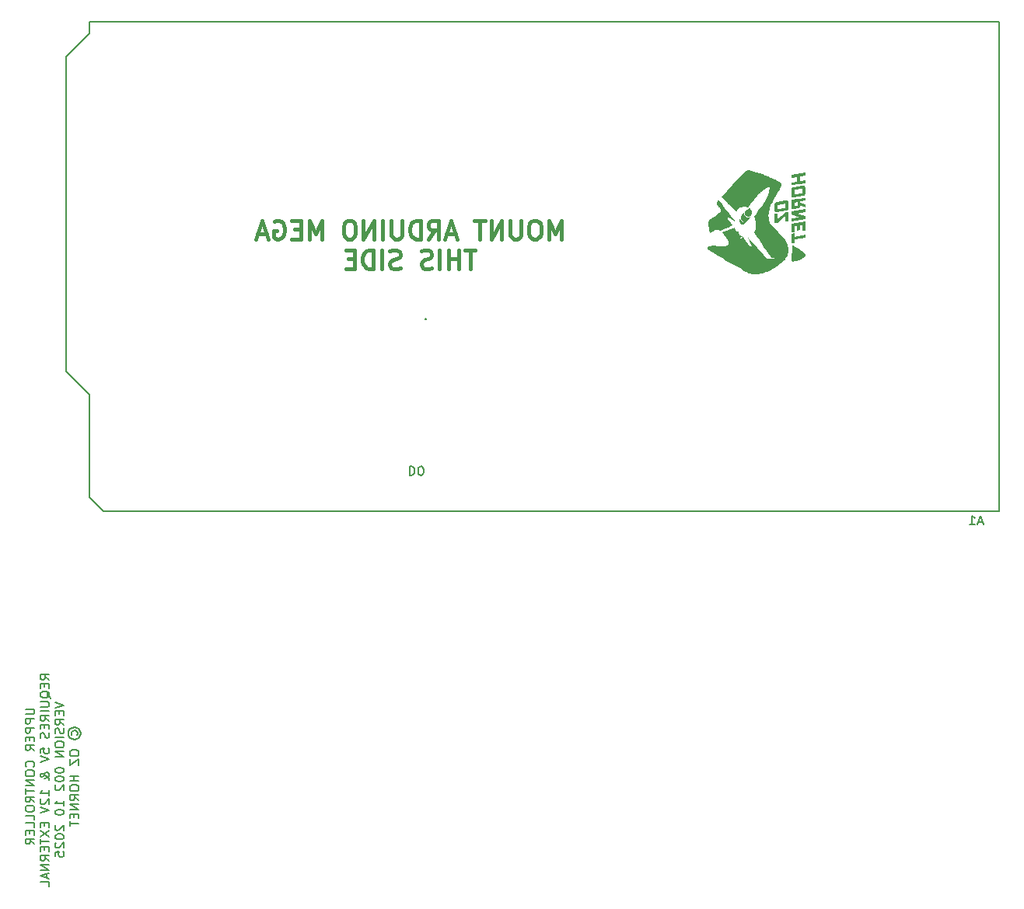
<source format=gbr>
G04 #@! TF.GenerationSoftware,KiCad,Pcbnew,9.0.4*
G04 #@! TF.CreationDate,2025-12-01T20:39:30+10:00*
G04 #@! TF.ProjectId,Jet Ranger DUE Prod Radio Controller,4a657420-5261-46e6-9765-722044554520,rev?*
G04 #@! TF.SameCoordinates,Original*
G04 #@! TF.FileFunction,Legend,Bot*
G04 #@! TF.FilePolarity,Positive*
%FSLAX46Y46*%
G04 Gerber Fmt 4.6, Leading zero omitted, Abs format (unit mm)*
G04 Created by KiCad (PCBNEW 9.0.4) date 2025-12-01 20:39:30*
%MOMM*%
%LPD*%
G01*
G04 APERTURE LIST*
%ADD10C,0.000000*%
%ADD11C,0.400000*%
%ADD12C,0.200000*%
%ADD13C,0.150000*%
G04 APERTURE END LIST*
D10*
G36*
X109897354Y-59682554D02*
G01*
X109926931Y-59684491D01*
X109956894Y-59687532D01*
X109987251Y-59691681D01*
X110018010Y-59696941D01*
X110049177Y-59703316D01*
X110112767Y-59719425D01*
X110425394Y-59811352D01*
X110736014Y-59908735D01*
X111044632Y-60011575D01*
X111351249Y-60119872D01*
X111655870Y-60233627D01*
X111958497Y-60352838D01*
X112259133Y-60477506D01*
X112557782Y-60607632D01*
X112635806Y-60643213D01*
X112713308Y-60680053D01*
X112790289Y-60718071D01*
X112866750Y-60757187D01*
X112942689Y-60797320D01*
X113018108Y-60838390D01*
X113093006Y-60880315D01*
X113167383Y-60923015D01*
X113186529Y-60934433D01*
X113204735Y-60945881D01*
X113222009Y-60957377D01*
X113238361Y-60968943D01*
X113253800Y-60980598D01*
X113268335Y-60992362D01*
X113281975Y-61004255D01*
X113294730Y-61016297D01*
X113306609Y-61028508D01*
X113317622Y-61040908D01*
X113327777Y-61053517D01*
X113337084Y-61066355D01*
X113345552Y-61079442D01*
X113353191Y-61092797D01*
X113360010Y-61106441D01*
X113366019Y-61120394D01*
X113371225Y-61134676D01*
X113375640Y-61149306D01*
X113379271Y-61164305D01*
X113382129Y-61179692D01*
X113384223Y-61195488D01*
X113385562Y-61211712D01*
X113386155Y-61228384D01*
X113386011Y-61245526D01*
X113385141Y-61263155D01*
X113383552Y-61281293D01*
X113381256Y-61299959D01*
X113378260Y-61319173D01*
X113374574Y-61338955D01*
X113370207Y-61359326D01*
X113359470Y-61401911D01*
X113335987Y-61475940D01*
X113309479Y-61548681D01*
X113280228Y-61620243D01*
X113248515Y-61690741D01*
X113214620Y-61760285D01*
X113178826Y-61828987D01*
X113102659Y-61964316D01*
X112778181Y-62494375D01*
X112667782Y-62684966D01*
X112557815Y-62885084D01*
X112450923Y-63093265D01*
X112349746Y-63308048D01*
X112256925Y-63527970D01*
X112175102Y-63751568D01*
X112106916Y-63977382D01*
X112055009Y-64203947D01*
X112035985Y-64317055D01*
X112022021Y-64429803D01*
X112013448Y-64542008D01*
X112010595Y-64653486D01*
X112013792Y-64764056D01*
X112023370Y-64873535D01*
X112039658Y-64981739D01*
X112062988Y-65088487D01*
X112093688Y-65193594D01*
X112132089Y-65296879D01*
X112178521Y-65398158D01*
X112233314Y-65497250D01*
X112296799Y-65593970D01*
X112369305Y-65688137D01*
X112451163Y-65779567D01*
X112542702Y-65868077D01*
X112692132Y-66015186D01*
X112835104Y-66160909D01*
X112973518Y-66305944D01*
X113109274Y-66450987D01*
X113380418Y-66743894D01*
X113519607Y-66893151D01*
X113663741Y-67045209D01*
X113690609Y-67074379D01*
X113716836Y-67104407D01*
X113742413Y-67135240D01*
X113767330Y-67166822D01*
X113791579Y-67199100D01*
X113815151Y-67232020D01*
X113838036Y-67265529D01*
X113860227Y-67299572D01*
X113881715Y-67334096D01*
X113902489Y-67369046D01*
X113922542Y-67404369D01*
X113941864Y-67440012D01*
X113960446Y-67475919D01*
X113978281Y-67512038D01*
X113995357Y-67548313D01*
X114011668Y-67584693D01*
X114060424Y-67708279D01*
X114099790Y-67834287D01*
X114129853Y-67962008D01*
X114150698Y-68090734D01*
X114162413Y-68219753D01*
X114165082Y-68348358D01*
X114158792Y-68475839D01*
X114143629Y-68601487D01*
X114119679Y-68724592D01*
X114087028Y-68844446D01*
X114045762Y-68960338D01*
X113995967Y-69071561D01*
X113937729Y-69177403D01*
X113871134Y-69277157D01*
X113796269Y-69370113D01*
X113713218Y-69455562D01*
X113580699Y-69577699D01*
X113448104Y-69696090D01*
X113315060Y-69810619D01*
X113181195Y-69921174D01*
X113046134Y-70027641D01*
X112909504Y-70129906D01*
X112770933Y-70227856D01*
X112630047Y-70321377D01*
X112486472Y-70410356D01*
X112339837Y-70494679D01*
X112189766Y-70574232D01*
X112035888Y-70648902D01*
X111877828Y-70718576D01*
X111715214Y-70783140D01*
X111547673Y-70842479D01*
X111374831Y-70896482D01*
X111244113Y-70931744D01*
X111114182Y-70960858D01*
X110985017Y-70983709D01*
X110856599Y-71000182D01*
X110728908Y-71010163D01*
X110601925Y-71013535D01*
X110475629Y-71010186D01*
X110350000Y-71000000D01*
X110225020Y-70982863D01*
X110100668Y-70958659D01*
X109976925Y-70927275D01*
X109853770Y-70888594D01*
X109731185Y-70842504D01*
X109609148Y-70788888D01*
X109487641Y-70727632D01*
X109366644Y-70658622D01*
X109367700Y-70659150D01*
X108891665Y-70368054D01*
X108409624Y-70086108D01*
X107437730Y-69534175D01*
X106952982Y-69256442D01*
X106472435Y-68972369D01*
X105998642Y-68678083D01*
X105534153Y-68369710D01*
X105477441Y-68311017D01*
X105433994Y-68257242D01*
X105403118Y-68208186D01*
X105384119Y-68163652D01*
X105376306Y-68123440D01*
X105378983Y-68087353D01*
X105391459Y-68055193D01*
X105413040Y-68026761D01*
X105443032Y-68001859D01*
X105480744Y-67980288D01*
X105525481Y-67961852D01*
X105576550Y-67946350D01*
X105633259Y-67933586D01*
X105694913Y-67923360D01*
X105830288Y-67909732D01*
X105977128Y-67903881D01*
X106129889Y-67904220D01*
X106430991Y-67917124D01*
X106860244Y-67947436D01*
X106931893Y-67950918D01*
X107004016Y-67952029D01*
X107076394Y-67950752D01*
X107148805Y-67947072D01*
X107221031Y-67940974D01*
X107292850Y-67932441D01*
X107364044Y-67921460D01*
X107434390Y-67908013D01*
X107451267Y-67904072D01*
X107467520Y-67899501D01*
X107483149Y-67894312D01*
X107498153Y-67888518D01*
X107512534Y-67882133D01*
X107526291Y-67875169D01*
X107539425Y-67867640D01*
X107551935Y-67859557D01*
X107563823Y-67850935D01*
X107575089Y-67841786D01*
X107585731Y-67832122D01*
X107595752Y-67821958D01*
X107605151Y-67811306D01*
X107613929Y-67800178D01*
X107622085Y-67788588D01*
X107629619Y-67776548D01*
X107636533Y-67764073D01*
X107642827Y-67751173D01*
X107648500Y-67737864D01*
X107653552Y-67724156D01*
X107657985Y-67710064D01*
X107661798Y-67695600D01*
X107664992Y-67680778D01*
X107667567Y-67665609D01*
X107669522Y-67650108D01*
X107670859Y-67634287D01*
X107671577Y-67618158D01*
X107671677Y-67601736D01*
X107671160Y-67585032D01*
X107670024Y-67568060D01*
X107668271Y-67550833D01*
X107665901Y-67533363D01*
X107646519Y-67458233D01*
X107622135Y-67383620D01*
X107593086Y-67309620D01*
X107559708Y-67236327D01*
X107522337Y-67163837D01*
X107481312Y-67092246D01*
X107436968Y-67021648D01*
X107389642Y-66952139D01*
X107339672Y-66883815D01*
X107287394Y-66816771D01*
X107233144Y-66751102D01*
X107177261Y-66686903D01*
X107120079Y-66624270D01*
X107061937Y-66563298D01*
X106944117Y-66446719D01*
X108345615Y-65926019D01*
X108348327Y-65937033D01*
X108349559Y-65942279D01*
X108350122Y-65944870D01*
X108350642Y-65947451D01*
X108357232Y-65984083D01*
X108364516Y-66020492D01*
X108372818Y-66056579D01*
X108377450Y-66074470D01*
X108382458Y-66092244D01*
X108387882Y-66109887D01*
X108393761Y-66127388D01*
X108400136Y-66144734D01*
X108407048Y-66161912D01*
X108414537Y-66178911D01*
X108422642Y-66195717D01*
X108431405Y-66212319D01*
X108440865Y-66228703D01*
X108446569Y-66237866D01*
X108452478Y-66246793D01*
X108458605Y-66255470D01*
X108464963Y-66263884D01*
X108471564Y-66272023D01*
X108478421Y-66279872D01*
X108485547Y-66287419D01*
X108492955Y-66294650D01*
X108500657Y-66301553D01*
X108508667Y-66308114D01*
X108516997Y-66314320D01*
X108525660Y-66320158D01*
X108534669Y-66325614D01*
X108544036Y-66330676D01*
X108553774Y-66335330D01*
X108563896Y-66339564D01*
X108573241Y-66342975D01*
X108582621Y-66345973D01*
X108592035Y-66348564D01*
X108601480Y-66350755D01*
X108610954Y-66352553D01*
X108620456Y-66353967D01*
X108629983Y-66355004D01*
X108639534Y-66355670D01*
X108649107Y-66355974D01*
X108658699Y-66355922D01*
X108668310Y-66355522D01*
X108677936Y-66354781D01*
X108687576Y-66353707D01*
X108697228Y-66352307D01*
X108706890Y-66350589D01*
X108716561Y-66348559D01*
X108722750Y-66347305D01*
X108725723Y-66346819D01*
X108728616Y-66346463D01*
X108731428Y-66346264D01*
X108734160Y-66346248D01*
X108736811Y-66346442D01*
X108738106Y-66346626D01*
X108739381Y-66346872D01*
X108740636Y-66347185D01*
X108741871Y-66347567D01*
X108743086Y-66348021D01*
X108744280Y-66348551D01*
X108745455Y-66349161D01*
X108746609Y-66349853D01*
X108747743Y-66350631D01*
X108748857Y-66351498D01*
X108749950Y-66352458D01*
X108751024Y-66353514D01*
X108752077Y-66354670D01*
X108753111Y-66355928D01*
X108754124Y-66357292D01*
X108755117Y-66358765D01*
X108756090Y-66360351D01*
X108757042Y-66362053D01*
X108758506Y-66364492D01*
X108760107Y-66366854D01*
X108761827Y-66369151D01*
X108763649Y-66371392D01*
X108765554Y-66373588D01*
X108767525Y-66375750D01*
X108771594Y-66380011D01*
X108775713Y-66384261D01*
X108777746Y-66386407D01*
X108779739Y-66388581D01*
X108781672Y-66390794D01*
X108783529Y-66393057D01*
X108785291Y-66395379D01*
X108786940Y-66397771D01*
X108787968Y-66399447D01*
X108788965Y-66401196D01*
X108789923Y-66403007D01*
X108790835Y-66404874D01*
X108791694Y-66406787D01*
X108792493Y-66408738D01*
X108793226Y-66410719D01*
X108793886Y-66412721D01*
X108794464Y-66414735D01*
X108794955Y-66416752D01*
X108795352Y-66418766D01*
X108795647Y-66420766D01*
X108795833Y-66422744D01*
X108795904Y-66424692D01*
X108795853Y-66426601D01*
X108795672Y-66428464D01*
X108792921Y-66448275D01*
X108790483Y-66468044D01*
X108788449Y-66487799D01*
X108786907Y-66507574D01*
X108785948Y-66527398D01*
X108785663Y-66547302D01*
X108786140Y-66567319D01*
X108786692Y-66577378D01*
X108787469Y-66587478D01*
X108789898Y-66607740D01*
X108793418Y-66627236D01*
X108798034Y-66645944D01*
X108803754Y-66663843D01*
X108810581Y-66680911D01*
X108818523Y-66697127D01*
X108827585Y-66712468D01*
X108837773Y-66726913D01*
X108849093Y-66740441D01*
X108861550Y-66753029D01*
X108875150Y-66764655D01*
X108889900Y-66775299D01*
X108905805Y-66784938D01*
X108922870Y-66793551D01*
X108941102Y-66801116D01*
X108960507Y-66807612D01*
X108972588Y-66810998D01*
X108984823Y-66814069D01*
X108997221Y-66816904D01*
X109009785Y-66819584D01*
X109035442Y-66824801D01*
X109061842Y-66830365D01*
X108244015Y-68223926D01*
X108249042Y-68227630D01*
X108254999Y-68222620D01*
X108261136Y-68217872D01*
X108267417Y-68213331D01*
X108273806Y-68208944D01*
X108299710Y-68191845D01*
X108306091Y-68187412D01*
X108312361Y-68182806D01*
X108318484Y-68177974D01*
X108324424Y-68172862D01*
X108330143Y-68167414D01*
X108335605Y-68161578D01*
X108340775Y-68155298D01*
X108343238Y-68151975D01*
X108345615Y-68148520D01*
X108414870Y-68045043D01*
X108484720Y-67942013D01*
X108625015Y-67736300D01*
X108912088Y-67313231D01*
X109182492Y-66913711D01*
X109183400Y-66912380D01*
X109184338Y-66911064D01*
X109186295Y-66908464D01*
X109188352Y-66905883D01*
X109190496Y-66903292D01*
X109194994Y-66897972D01*
X109197323Y-66895186D01*
X109199690Y-66892279D01*
X109369817Y-67139664D01*
X109550296Y-67402528D01*
X109731767Y-67664598D01*
X109746612Y-67686590D01*
X109761036Y-67708920D01*
X109775410Y-67731305D01*
X109790107Y-67753465D01*
X109797693Y-67764371D01*
X109805499Y-67775116D01*
X109813571Y-67785662D01*
X109821956Y-67795976D01*
X109830702Y-67806021D01*
X109839853Y-67815763D01*
X109849457Y-67825166D01*
X109859560Y-67834196D01*
X110051383Y-68000089D01*
X110051874Y-68000500D01*
X110052404Y-68000889D01*
X110052969Y-68001257D01*
X110053567Y-68001603D01*
X110054856Y-68002232D01*
X110056253Y-68002777D01*
X110057740Y-68003237D01*
X110059299Y-68003615D01*
X110060912Y-68003910D01*
X110062562Y-68004124D01*
X110064230Y-68004258D01*
X110065899Y-68004312D01*
X110067551Y-68004286D01*
X110069168Y-68004182D01*
X110070732Y-68004001D01*
X110072226Y-68003743D01*
X110073632Y-68003409D01*
X110074931Y-68003000D01*
X110102225Y-67992019D01*
X110129369Y-67980642D01*
X110183410Y-67957491D01*
X110213044Y-67944262D01*
X109661123Y-66871377D01*
X109661507Y-66871324D01*
X109661867Y-66871267D01*
X109662516Y-66871145D01*
X109663071Y-66871023D01*
X109663537Y-66870914D01*
X109663916Y-66870829D01*
X109664074Y-66870800D01*
X109664211Y-66870782D01*
X109664328Y-66870776D01*
X109664425Y-66870784D01*
X109664503Y-66870807D01*
X109664562Y-66870848D01*
X109892104Y-67121409D01*
X109954381Y-67189704D01*
X110016458Y-67258198D01*
X110205900Y-67468278D01*
X110328667Y-67603744D01*
X110514933Y-67810383D01*
X110536650Y-67834312D01*
X110558490Y-67858141D01*
X110602246Y-67905898D01*
X110787190Y-68110950D01*
X110877413Y-68209640D01*
X111059446Y-68411782D01*
X111188563Y-68553334D01*
X111376417Y-68761561D01*
X111503947Y-68901790D01*
X111674603Y-69092290D01*
X111814567Y-69245219D01*
X111824588Y-69256207D01*
X111826973Y-69259046D01*
X111829208Y-69261953D01*
X111831241Y-69264945D01*
X111832166Y-69266478D01*
X111833022Y-69268039D01*
X111833801Y-69269629D01*
X111834498Y-69271251D01*
X111835107Y-69272906D01*
X111835620Y-69274597D01*
X111836032Y-69276325D01*
X111836335Y-69278093D01*
X111836525Y-69279903D01*
X111836594Y-69281756D01*
X111836535Y-69283655D01*
X111836343Y-69285602D01*
X111836011Y-69287599D01*
X111835533Y-69289647D01*
X111834902Y-69291750D01*
X111834112Y-69293908D01*
X111833157Y-69296124D01*
X111832029Y-69298401D01*
X111831747Y-69298956D01*
X111831495Y-69299528D01*
X111831271Y-69300117D01*
X111831074Y-69300723D01*
X111830758Y-69301978D01*
X111830537Y-69303287D01*
X111830402Y-69304642D01*
X111830342Y-69306037D01*
X111830347Y-69307465D01*
X111830409Y-69308918D01*
X111830518Y-69310389D01*
X111830663Y-69311873D01*
X111831026Y-69314846D01*
X111831419Y-69317782D01*
X111831765Y-69320626D01*
X111832408Y-69325194D01*
X111833333Y-69329561D01*
X111834525Y-69333712D01*
X111835970Y-69337633D01*
X111837652Y-69341310D01*
X111839556Y-69344726D01*
X111841667Y-69347869D01*
X111843969Y-69350722D01*
X111845188Y-69352035D01*
X111846449Y-69353271D01*
X111847750Y-69354427D01*
X111849090Y-69355502D01*
X111850466Y-69356493D01*
X111851878Y-69357399D01*
X111853322Y-69358218D01*
X111854797Y-69358949D01*
X111856301Y-69359588D01*
X111857832Y-69360135D01*
X111859388Y-69360588D01*
X111860968Y-69360945D01*
X111862570Y-69361203D01*
X111864191Y-69361361D01*
X111865829Y-69361418D01*
X111867484Y-69361371D01*
X111956252Y-69355220D01*
X112000611Y-69352219D01*
X112045020Y-69349465D01*
X112162892Y-69343214D01*
X112280764Y-69337559D01*
X112490049Y-69328827D01*
X112511704Y-69327720D01*
X112522522Y-69327005D01*
X112533309Y-69326116D01*
X112544046Y-69325004D01*
X112554715Y-69323619D01*
X112565297Y-69321911D01*
X112575774Y-69319832D01*
X112585614Y-69317510D01*
X112595461Y-69314900D01*
X112605270Y-69311986D01*
X112614998Y-69308753D01*
X112624603Y-69305184D01*
X112634040Y-69301266D01*
X112638683Y-69299170D01*
X112643267Y-69296981D01*
X112647787Y-69294696D01*
X112652239Y-69292315D01*
X112654952Y-69290763D01*
X112657485Y-69289186D01*
X112659839Y-69287586D01*
X112662013Y-69285965D01*
X112664008Y-69284326D01*
X112665823Y-69282671D01*
X112667459Y-69281002D01*
X112668916Y-69279321D01*
X112670194Y-69277632D01*
X112671293Y-69275936D01*
X112672213Y-69274236D01*
X112672954Y-69272535D01*
X112673517Y-69270833D01*
X112673901Y-69269135D01*
X112674106Y-69267442D01*
X112674133Y-69265757D01*
X112673982Y-69264082D01*
X112673653Y-69262419D01*
X112673145Y-69260772D01*
X112672460Y-69259141D01*
X112671597Y-69257530D01*
X112670556Y-69255941D01*
X112669337Y-69254376D01*
X112667940Y-69252838D01*
X112666366Y-69251329D01*
X112664615Y-69249851D01*
X112662686Y-69248408D01*
X112660580Y-69247000D01*
X112658297Y-69245631D01*
X112655837Y-69244303D01*
X112653200Y-69243018D01*
X112650387Y-69241779D01*
X112641241Y-69238129D01*
X112631891Y-69234751D01*
X112622379Y-69231696D01*
X112617576Y-69230305D01*
X112612749Y-69229013D01*
X112607904Y-69227827D01*
X112603046Y-69226752D01*
X112598179Y-69225795D01*
X112593311Y-69224962D01*
X112588445Y-69224259D01*
X112583588Y-69223693D01*
X112578745Y-69223269D01*
X112573922Y-69222994D01*
X112557429Y-69222448D01*
X112540898Y-69222345D01*
X112524343Y-69222608D01*
X112507776Y-69223160D01*
X112474654Y-69224818D01*
X112441630Y-69226699D01*
X112432006Y-69227322D01*
X112422382Y-69228162D01*
X112412757Y-69229163D01*
X112403133Y-69230270D01*
X112383884Y-69232577D01*
X112374260Y-69233665D01*
X112364636Y-69234636D01*
X112360527Y-69234979D01*
X112356534Y-69235196D01*
X112352654Y-69235263D01*
X112348885Y-69235152D01*
X112345225Y-69234839D01*
X112341670Y-69234296D01*
X112338220Y-69233498D01*
X112334871Y-69232420D01*
X112333233Y-69231767D01*
X112331621Y-69231034D01*
X112330032Y-69230218D01*
X112328468Y-69229316D01*
X112326927Y-69228323D01*
X112325409Y-69227238D01*
X112323915Y-69226057D01*
X112322443Y-69224776D01*
X112320994Y-69223392D01*
X112319567Y-69221903D01*
X112318162Y-69220304D01*
X112316778Y-69218593D01*
X112315416Y-69216766D01*
X112314075Y-69214820D01*
X112312754Y-69212752D01*
X112311454Y-69210559D01*
X112301002Y-69192927D01*
X112290143Y-69175518D01*
X112278968Y-69158283D01*
X112267567Y-69141172D01*
X112244445Y-69107123D01*
X112221496Y-69072975D01*
X111997924Y-68732985D01*
X111647880Y-68199321D01*
X111646343Y-68197010D01*
X111644802Y-68194846D01*
X111643245Y-68192841D01*
X111641662Y-68191007D01*
X111640857Y-68190157D01*
X111640042Y-68189354D01*
X111639214Y-68188599D01*
X111638374Y-68187893D01*
X111637518Y-68187239D01*
X111636646Y-68186637D01*
X111635757Y-68186088D01*
X111634849Y-68185595D01*
X111633921Y-68185159D01*
X111632972Y-68184780D01*
X111631999Y-68184461D01*
X111631002Y-68184203D01*
X111629980Y-68184006D01*
X111628931Y-68183874D01*
X111627854Y-68183806D01*
X111626746Y-68183805D01*
X111625608Y-68183872D01*
X111624438Y-68184008D01*
X111623234Y-68184215D01*
X111621994Y-68184493D01*
X111620719Y-68184845D01*
X111619405Y-68185272D01*
X111618052Y-68185775D01*
X111616659Y-68186356D01*
X111614702Y-68187168D01*
X111612797Y-68187869D01*
X111610944Y-68188461D01*
X111609140Y-68188946D01*
X111607384Y-68189327D01*
X111605676Y-68189605D01*
X111604012Y-68189783D01*
X111602392Y-68189862D01*
X111600815Y-68189845D01*
X111599278Y-68189735D01*
X111597781Y-68189532D01*
X111596321Y-68189240D01*
X111594898Y-68188860D01*
X111593509Y-68188395D01*
X111592153Y-68187846D01*
X111590829Y-68187216D01*
X111589536Y-68186507D01*
X111588271Y-68185721D01*
X111587033Y-68184861D01*
X111585821Y-68183927D01*
X111584634Y-68182924D01*
X111583469Y-68181851D01*
X111581201Y-68179510D01*
X111579006Y-68176921D01*
X111576872Y-68174100D01*
X111574787Y-68171066D01*
X111572738Y-68167835D01*
X111564223Y-68154178D01*
X111555565Y-68140583D01*
X111537946Y-68113529D01*
X111502359Y-68059620D01*
X111256561Y-67683648D01*
X111019759Y-67323021D01*
X110699085Y-66834070D01*
X110426564Y-66419732D01*
X110425852Y-66418634D01*
X110425204Y-66417569D01*
X110424620Y-66416537D01*
X110424097Y-66415537D01*
X110423635Y-66414565D01*
X110423233Y-66413621D01*
X110422889Y-66412704D01*
X110422603Y-66411812D01*
X110422374Y-66410943D01*
X110422200Y-66410095D01*
X110422081Y-66409268D01*
X110422015Y-66408459D01*
X110422002Y-66407667D01*
X110422039Y-66406891D01*
X110422127Y-66406129D01*
X110422264Y-66405379D01*
X110422449Y-66404640D01*
X110422681Y-66403911D01*
X110422959Y-66403189D01*
X110423282Y-66402473D01*
X110423649Y-66401762D01*
X110424058Y-66401054D01*
X110425001Y-66399641D01*
X110426102Y-66398222D01*
X110427352Y-66396785D01*
X110428744Y-66395316D01*
X110430268Y-66393804D01*
X110456606Y-66367912D01*
X110482821Y-66341846D01*
X110508886Y-66315632D01*
X110534778Y-66289293D01*
X110536207Y-66287833D01*
X110537616Y-66286332D01*
X110539002Y-66284793D01*
X110540363Y-66283216D01*
X110541699Y-66281606D01*
X110543005Y-66279964D01*
X110544282Y-66278292D01*
X110545527Y-66276594D01*
X110546737Y-66274870D01*
X110547912Y-66273124D01*
X110549048Y-66271358D01*
X110550145Y-66269574D01*
X110551199Y-66267774D01*
X110552210Y-66265962D01*
X110553175Y-66264138D01*
X110554093Y-66262306D01*
X110563129Y-66242814D01*
X110571411Y-66223140D01*
X110578981Y-66203294D01*
X110585880Y-66183286D01*
X110592148Y-66163126D01*
X110597825Y-66142825D01*
X110602953Y-66122391D01*
X110607572Y-66101836D01*
X110611722Y-66081169D01*
X110615445Y-66060401D01*
X110621772Y-66018600D01*
X110626877Y-65976513D01*
X110631086Y-65934223D01*
X110632148Y-65921202D01*
X110632980Y-65908145D01*
X110633626Y-65895062D01*
X110634129Y-65881968D01*
X110635584Y-65829712D01*
X110638462Y-65754968D01*
X110638987Y-65736266D01*
X110639268Y-65717570D01*
X110639220Y-65698887D01*
X110638759Y-65680223D01*
X110635712Y-65615776D01*
X110631847Y-65551404D01*
X110627337Y-65487081D01*
X110622355Y-65422783D01*
X110619412Y-65388623D01*
X110617742Y-65371545D01*
X110615873Y-65354488D01*
X110613756Y-65337468D01*
X110611342Y-65320501D01*
X110608580Y-65303603D01*
X110605422Y-65286788D01*
X110544899Y-64984005D01*
X110483185Y-64681421D01*
X110482669Y-64678871D01*
X110482219Y-64676378D01*
X110481846Y-64673937D01*
X110481560Y-64671540D01*
X110481372Y-64669185D01*
X110481292Y-64666864D01*
X110481330Y-64664572D01*
X110481498Y-64662305D01*
X110481805Y-64660056D01*
X110482262Y-64657820D01*
X110482880Y-64655592D01*
X110483668Y-64653367D01*
X110484638Y-64651138D01*
X110485800Y-64648901D01*
X110487164Y-64646650D01*
X110488741Y-64644379D01*
X110586174Y-64512055D01*
X110683210Y-64379532D01*
X110906254Y-64074732D01*
X111146760Y-63744267D01*
X111285038Y-63556479D01*
X111353519Y-63462163D01*
X111387194Y-63414618D01*
X111420339Y-63366706D01*
X111484868Y-63270836D01*
X111548034Y-63174024D01*
X111578988Y-63125217D01*
X111609462Y-63076119D01*
X111639409Y-63026712D01*
X111668783Y-62976975D01*
X111692245Y-62935970D01*
X111715048Y-62894549D01*
X111737248Y-62852769D01*
X111758906Y-62810684D01*
X111780081Y-62768352D01*
X111800830Y-62725828D01*
X111841292Y-62640425D01*
X111857716Y-62604586D01*
X111873666Y-62568521D01*
X111889163Y-62532250D01*
X111904229Y-62495797D01*
X111918886Y-62459183D01*
X111933155Y-62422429D01*
X111960618Y-62348590D01*
X111979882Y-62293647D01*
X111997945Y-62238350D01*
X112014750Y-62182693D01*
X112030237Y-62126671D01*
X112044347Y-62070276D01*
X112057022Y-62013503D01*
X112068202Y-61956346D01*
X112077829Y-61898798D01*
X112081907Y-61871180D01*
X112085650Y-61843500D01*
X112092380Y-61788004D01*
X112104551Y-61676813D01*
X112107131Y-61653153D01*
X112109314Y-61629419D01*
X112111100Y-61605636D01*
X112112489Y-61581828D01*
X112112880Y-61571601D01*
X112113088Y-61561331D01*
X112113117Y-61540486D01*
X112112753Y-61496367D01*
X112075414Y-61506157D01*
X112058022Y-61510878D01*
X112049504Y-61513347D01*
X112041051Y-61515946D01*
X111975658Y-61537982D01*
X111911405Y-61562356D01*
X111848244Y-61588974D01*
X111786125Y-61617745D01*
X111724998Y-61648574D01*
X111664813Y-61681369D01*
X111605522Y-61716036D01*
X111547074Y-61752484D01*
X111479116Y-61797740D01*
X111412686Y-61844910D01*
X111347677Y-61893847D01*
X111283979Y-61944406D01*
X111221484Y-61996440D01*
X111160084Y-62049805D01*
X111099669Y-62104354D01*
X111040132Y-62159942D01*
X111022183Y-62177128D01*
X111004442Y-62194540D01*
X110986893Y-62212157D01*
X110969521Y-62229957D01*
X110952310Y-62247919D01*
X110935245Y-62266019D01*
X110901491Y-62302552D01*
X110766421Y-62452108D01*
X110699605Y-62527506D01*
X110633732Y-62603648D01*
X110607388Y-62634825D01*
X110581328Y-62666234D01*
X110530015Y-62729689D01*
X110479695Y-62793888D01*
X110430267Y-62858706D01*
X110372630Y-62936262D01*
X110315835Y-63014414D01*
X110203784Y-63171708D01*
X110044340Y-63399184D01*
X109885491Y-63627056D01*
X109845075Y-63684835D01*
X109805057Y-63741621D01*
X109799618Y-63738858D01*
X109794387Y-63736139D01*
X109784387Y-63730905D01*
X109779537Y-63728428D01*
X109774734Y-63726068D01*
X109769937Y-63723845D01*
X109765106Y-63721777D01*
X109745145Y-63714258D01*
X109725056Y-63707449D01*
X109704846Y-63701312D01*
X109684523Y-63695807D01*
X109664095Y-63690893D01*
X109643569Y-63686533D01*
X109622953Y-63682685D01*
X109602254Y-63679311D01*
X109560642Y-63673827D01*
X109518795Y-63669762D01*
X109476774Y-63666800D01*
X109434641Y-63664627D01*
X109420441Y-63664233D01*
X109406223Y-63664201D01*
X109391992Y-63664474D01*
X109377756Y-63664991D01*
X109349288Y-63666525D01*
X109320870Y-63668331D01*
X109243281Y-63673160D01*
X109223899Y-63674677D01*
X109204561Y-63676517D01*
X109185284Y-63678778D01*
X109166089Y-63681560D01*
X109132212Y-63687220D01*
X109098471Y-63693553D01*
X109064904Y-63700661D01*
X109031548Y-63708647D01*
X108998440Y-63717612D01*
X108965617Y-63727660D01*
X108933117Y-63738892D01*
X108900976Y-63751410D01*
X108879926Y-63760373D01*
X108859170Y-63769730D01*
X108838747Y-63779528D01*
X108818695Y-63789816D01*
X108799053Y-63800641D01*
X108779862Y-63812049D01*
X108761160Y-63824088D01*
X108742987Y-63836805D01*
X108725380Y-63850247D01*
X108708380Y-63864463D01*
X108692026Y-63879499D01*
X108676357Y-63895402D01*
X108661412Y-63912219D01*
X108647230Y-63929999D01*
X108633850Y-63948788D01*
X108621311Y-63968633D01*
X108609513Y-63988531D01*
X108603740Y-63998766D01*
X108600986Y-64003941D01*
X108598359Y-64009148D01*
X108595886Y-64014382D01*
X108593597Y-64019641D01*
X108591521Y-64024918D01*
X108589685Y-64030211D01*
X108588120Y-64035515D01*
X108586852Y-64040825D01*
X108585912Y-64046138D01*
X108585328Y-64051448D01*
X108584962Y-64055511D01*
X108584461Y-64059418D01*
X108583829Y-64063174D01*
X108583069Y-64066785D01*
X108582185Y-64070257D01*
X108581179Y-64073594D01*
X108580055Y-64076802D01*
X108578817Y-64079887D01*
X108577467Y-64082853D01*
X108576010Y-64085707D01*
X108574448Y-64088453D01*
X108572784Y-64091097D01*
X108571023Y-64093644D01*
X108569168Y-64096100D01*
X108565186Y-64100760D01*
X108560867Y-64105119D01*
X108556237Y-64109220D01*
X108551322Y-64113106D01*
X108546149Y-64116821D01*
X108540745Y-64120407D01*
X108535137Y-64123907D01*
X108523415Y-64130823D01*
X108434251Y-64050191D01*
X108345880Y-63969956D01*
X108085266Y-63729979D01*
X107882066Y-63543184D01*
X107677013Y-63354536D01*
X107576770Y-63262560D01*
X107476724Y-63170386D01*
X107358621Y-63060021D01*
X107299284Y-63005149D01*
X107269338Y-62977975D01*
X107239128Y-62951046D01*
X107235375Y-62947578D01*
X107231951Y-62944111D01*
X107228850Y-62940637D01*
X107226064Y-62937143D01*
X107223589Y-62933620D01*
X107221417Y-62930056D01*
X107219544Y-62926443D01*
X107217961Y-62922769D01*
X107216664Y-62919023D01*
X107215646Y-62915195D01*
X107214901Y-62911276D01*
X107214423Y-62907253D01*
X107214204Y-62903118D01*
X107214241Y-62898859D01*
X107214525Y-62894465D01*
X107215051Y-62889927D01*
X107215464Y-62885883D01*
X107215616Y-62881979D01*
X107215512Y-62878208D01*
X107215158Y-62874561D01*
X107214559Y-62871030D01*
X107213721Y-62867608D01*
X107212648Y-62864285D01*
X107211347Y-62861055D01*
X107209822Y-62857908D01*
X107208080Y-62854836D01*
X107206125Y-62851833D01*
X107203963Y-62848888D01*
X107201600Y-62845994D01*
X107199041Y-62843144D01*
X107196290Y-62840328D01*
X107193355Y-62837540D01*
X107157979Y-62805054D01*
X107122877Y-62772320D01*
X107088022Y-62739388D01*
X107053390Y-62706306D01*
X106980795Y-62636159D01*
X106908399Y-62565813D01*
X107208486Y-62248370D01*
X107505993Y-61928539D01*
X108095055Y-61283377D01*
X109261868Y-59982686D01*
X109306715Y-59934659D01*
X109352397Y-59890711D01*
X109398973Y-59850868D01*
X109446501Y-59815159D01*
X109470642Y-59798864D01*
X109495042Y-59783613D01*
X109519711Y-59769410D01*
X109544655Y-59756258D01*
X109569882Y-59744161D01*
X109595399Y-59733122D01*
X109621213Y-59723145D01*
X109647332Y-59714233D01*
X109673764Y-59706390D01*
X109700516Y-59699620D01*
X109727594Y-59693926D01*
X109755008Y-59689311D01*
X109782763Y-59685779D01*
X109810868Y-59683334D01*
X109839330Y-59681979D01*
X109868156Y-59681718D01*
X109897354Y-59682554D01*
G37*
G36*
X114688469Y-67874811D02*
G01*
X114695167Y-67875600D01*
X114701872Y-67876843D01*
X114708569Y-67878553D01*
X114715237Y-67880739D01*
X114721861Y-67883411D01*
X114728422Y-67886582D01*
X114839217Y-67946268D01*
X114971095Y-68020424D01*
X115118873Y-68107671D01*
X115277367Y-68206628D01*
X115441392Y-68315917D01*
X115523859Y-68374005D01*
X115605765Y-68434158D01*
X115686461Y-68496203D01*
X115765300Y-68559970D01*
X115841634Y-68625284D01*
X115914814Y-68691974D01*
X115941622Y-68718568D01*
X115953733Y-68731659D01*
X115964979Y-68744625D01*
X115975358Y-68757477D01*
X115984866Y-68770223D01*
X115993502Y-68782874D01*
X116001263Y-68795438D01*
X116008145Y-68807927D01*
X116014147Y-68820348D01*
X116019267Y-68832713D01*
X116023500Y-68845030D01*
X116026846Y-68857309D01*
X116029301Y-68869560D01*
X116030863Y-68881793D01*
X116031528Y-68894016D01*
X116031296Y-68906241D01*
X116030162Y-68918476D01*
X116028125Y-68930731D01*
X116025182Y-68943015D01*
X116021330Y-68955339D01*
X116016567Y-68967712D01*
X116010890Y-68980144D01*
X116004297Y-68992644D01*
X115996785Y-69005221D01*
X115988351Y-69017887D01*
X115978993Y-69030649D01*
X115968709Y-69043519D01*
X115957495Y-69056504D01*
X115945350Y-69069616D01*
X115932270Y-69082864D01*
X115918254Y-69096257D01*
X115854483Y-69153106D01*
X115789101Y-69206586D01*
X115722137Y-69256716D01*
X115653625Y-69303512D01*
X115583595Y-69346992D01*
X115512079Y-69387174D01*
X115439108Y-69424074D01*
X115364713Y-69457710D01*
X115288926Y-69488101D01*
X115211778Y-69515262D01*
X115133301Y-69539212D01*
X115053526Y-69559968D01*
X114972484Y-69577547D01*
X114890207Y-69591967D01*
X114806726Y-69603246D01*
X114722073Y-69611400D01*
X114702311Y-69612635D01*
X114683450Y-69613211D01*
X114665481Y-69613127D01*
X114648395Y-69612379D01*
X114632183Y-69610965D01*
X114616838Y-69608884D01*
X114602348Y-69606132D01*
X114588706Y-69602707D01*
X114575903Y-69598606D01*
X114563930Y-69593827D01*
X114552778Y-69588368D01*
X114542437Y-69582226D01*
X114532900Y-69575398D01*
X114524157Y-69567883D01*
X114516199Y-69559677D01*
X114509017Y-69550778D01*
X114502603Y-69541184D01*
X114496947Y-69530892D01*
X114492041Y-69519900D01*
X114487875Y-69508205D01*
X114484441Y-69495806D01*
X114481730Y-69482698D01*
X114479733Y-69468880D01*
X114478441Y-69454350D01*
X114477845Y-69439104D01*
X114477936Y-69423142D01*
X114478706Y-69406459D01*
X114480145Y-69389053D01*
X114484994Y-69352065D01*
X114492415Y-69312157D01*
X114492150Y-69312156D01*
X114505384Y-69242283D01*
X114517164Y-69166067D01*
X114536687Y-68998505D01*
X114551379Y-68817270D01*
X114561901Y-68630160D01*
X114568912Y-68444972D01*
X114573075Y-68269504D01*
X114575493Y-67978921D01*
X114575735Y-67971639D01*
X114576446Y-67964533D01*
X114577611Y-67957615D01*
X114579210Y-67950895D01*
X114581227Y-67944383D01*
X114583643Y-67938091D01*
X114586441Y-67932029D01*
X114589603Y-67926207D01*
X114593111Y-67920637D01*
X114596947Y-67915330D01*
X114601094Y-67910295D01*
X114605533Y-67905544D01*
X114610248Y-67901088D01*
X114615219Y-67896936D01*
X114620431Y-67893101D01*
X114625863Y-67889591D01*
X114631500Y-67886419D01*
X114637323Y-67883595D01*
X114643314Y-67881130D01*
X114649455Y-67879033D01*
X114655729Y-67877317D01*
X114662119Y-67875992D01*
X114668605Y-67875068D01*
X114675171Y-67874556D01*
X114681798Y-67874467D01*
X114688469Y-67874811D01*
G37*
G36*
X108935257Y-64860796D02*
G01*
X108938047Y-64892289D01*
X108941975Y-64923232D01*
X108947124Y-64953585D01*
X108953580Y-64983308D01*
X108961429Y-65012363D01*
X108970753Y-65040709D01*
X108981640Y-65068307D01*
X108994173Y-65095117D01*
X109008437Y-65121100D01*
X109024517Y-65146217D01*
X109042498Y-65170427D01*
X109062465Y-65193692D01*
X109084503Y-65215972D01*
X109108697Y-65237227D01*
X109135131Y-65257417D01*
X109162247Y-65275709D01*
X109189621Y-65292082D01*
X109217260Y-65306526D01*
X109245169Y-65319032D01*
X109273352Y-65329591D01*
X109301814Y-65338194D01*
X109330561Y-65344831D01*
X109359597Y-65349492D01*
X109388928Y-65352170D01*
X109418558Y-65352853D01*
X109448493Y-65351534D01*
X109478738Y-65348202D01*
X109509297Y-65342849D01*
X109540177Y-65335465D01*
X109571381Y-65326041D01*
X109602915Y-65314567D01*
X109546856Y-65372015D01*
X109519980Y-65399511D01*
X109493377Y-65426486D01*
X109481008Y-65438711D01*
X109468539Y-65450815D01*
X109443503Y-65474872D01*
X109418665Y-65499077D01*
X109406445Y-65511367D01*
X109394423Y-65523852D01*
X109394688Y-65523852D01*
X109386612Y-65532098D01*
X109378364Y-65539917D01*
X109369947Y-65547308D01*
X109361368Y-65554270D01*
X109352631Y-65560799D01*
X109343741Y-65566896D01*
X109334704Y-65572557D01*
X109325524Y-65577782D01*
X109316207Y-65582569D01*
X109306758Y-65586915D01*
X109297183Y-65590820D01*
X109287485Y-65594281D01*
X109277671Y-65597297D01*
X109267745Y-65599866D01*
X109257713Y-65601987D01*
X109247579Y-65603658D01*
X109237350Y-65604876D01*
X109227029Y-65605641D01*
X109216623Y-65605951D01*
X109206136Y-65605804D01*
X109195573Y-65605198D01*
X109184940Y-65604131D01*
X109174242Y-65602603D01*
X109163483Y-65600611D01*
X109152670Y-65598153D01*
X109141806Y-65595228D01*
X109130898Y-65591834D01*
X109119950Y-65587970D01*
X109108967Y-65583633D01*
X109097956Y-65578823D01*
X109086920Y-65573537D01*
X109075865Y-65567773D01*
X109063486Y-65560706D01*
X109051549Y-65553201D01*
X109040047Y-65545269D01*
X109028975Y-65536920D01*
X109018329Y-65528164D01*
X109008101Y-65519009D01*
X108998288Y-65509466D01*
X108988883Y-65499544D01*
X108979881Y-65489253D01*
X108971277Y-65478603D01*
X108963065Y-65467604D01*
X108955239Y-65456264D01*
X108947795Y-65444594D01*
X108940728Y-65432604D01*
X108934030Y-65420303D01*
X108927698Y-65407701D01*
X108917708Y-65386358D01*
X108908300Y-65364892D01*
X108899512Y-65343297D01*
X108891379Y-65321566D01*
X108883940Y-65299694D01*
X108877231Y-65277676D01*
X108871288Y-65255505D01*
X108866149Y-65233175D01*
X108861850Y-65210681D01*
X108858428Y-65188016D01*
X108855920Y-65165176D01*
X108854363Y-65142154D01*
X108853793Y-65118944D01*
X108854248Y-65095541D01*
X108855763Y-65071939D01*
X108858377Y-65048132D01*
X108860544Y-65033669D01*
X108863158Y-65019347D01*
X108866196Y-65005157D01*
X108869634Y-64991089D01*
X108873450Y-64977137D01*
X108877618Y-64963291D01*
X108882115Y-64949542D01*
X108886919Y-64935882D01*
X108897349Y-64908797D01*
X108908718Y-64881965D01*
X108920838Y-64855320D01*
X108933519Y-64828792D01*
X108935257Y-64860796D01*
G37*
G36*
X114170681Y-65214026D02*
G01*
X113870379Y-65261122D01*
X113870379Y-64640409D01*
X112973970Y-65405584D01*
X112681340Y-65451092D01*
X112681340Y-64434828D01*
X112981643Y-64387732D01*
X112981643Y-65019557D01*
X113877787Y-64245387D01*
X114170681Y-64199878D01*
X114170681Y-65214026D01*
G37*
G36*
X106600927Y-62900993D02*
G01*
X106606773Y-62908811D01*
X106618414Y-62924322D01*
X106618415Y-62923792D01*
X106964754Y-63391311D01*
X107245742Y-63769136D01*
X107613248Y-64265230D01*
X107931013Y-64693061D01*
X108302488Y-65191801D01*
X108362813Y-65273292D01*
X108358050Y-65277526D01*
X107580969Y-64752593D01*
X107579630Y-64755293D01*
X107578393Y-64757673D01*
X107576239Y-64761688D01*
X107575328Y-64763427D01*
X107574532Y-64765057D01*
X107574178Y-64765848D01*
X107573853Y-64766632D01*
X107573559Y-64767414D01*
X107573296Y-64768203D01*
X107556726Y-64826775D01*
X107548256Y-64856049D01*
X107543811Y-64870628D01*
X107539165Y-64885149D01*
X107537603Y-64889974D01*
X107536210Y-64894728D01*
X107535012Y-64899415D01*
X107534034Y-64904037D01*
X107533303Y-64908600D01*
X107532844Y-64913105D01*
X107532684Y-64917557D01*
X107532848Y-64921959D01*
X107533362Y-64926314D01*
X107533759Y-64928475D01*
X107534253Y-64930626D01*
X107534847Y-64932768D01*
X107535546Y-64934899D01*
X107536351Y-64937022D01*
X107537267Y-64939136D01*
X107538296Y-64941242D01*
X107539443Y-64943340D01*
X107540709Y-64945431D01*
X107542098Y-64947515D01*
X107543614Y-64949593D01*
X107545260Y-64951665D01*
X107547039Y-64953731D01*
X107548954Y-64955792D01*
X107550885Y-64957877D01*
X107552715Y-64960058D01*
X107554456Y-64962324D01*
X107556119Y-64964664D01*
X107557715Y-64967070D01*
X107559256Y-64969531D01*
X107562217Y-64974578D01*
X107567967Y-64984888D01*
X107570937Y-64989991D01*
X107572485Y-64992494D01*
X107574090Y-64994951D01*
X107626940Y-65076616D01*
X107653601Y-65117241D01*
X107680981Y-65157339D01*
X107709503Y-65196618D01*
X107724323Y-65215859D01*
X107739586Y-65234787D01*
X107755346Y-65253364D01*
X107771655Y-65271555D01*
X107788565Y-65289322D01*
X107806129Y-65306630D01*
X107829656Y-65329328D01*
X107852857Y-65352332D01*
X107875804Y-65375579D01*
X107898568Y-65399003D01*
X107989221Y-65493161D01*
X108043659Y-65549319D01*
X108070779Y-65577547D01*
X108097700Y-65605874D01*
X108102903Y-65611491D01*
X108108023Y-65617230D01*
X108113099Y-65623086D01*
X108118172Y-65629057D01*
X108128470Y-65641332D01*
X108139239Y-65654028D01*
X108041211Y-65701455D01*
X107944771Y-65748484D01*
X107624360Y-65906441D01*
X107334112Y-66049580D01*
X106848073Y-66291145D01*
X106847525Y-66291435D01*
X106846974Y-66291757D01*
X106845867Y-66292493D01*
X106844764Y-66293340D01*
X106843674Y-66294287D01*
X106842609Y-66295321D01*
X106841580Y-66296429D01*
X106840597Y-66297599D01*
X106839672Y-66298818D01*
X106838815Y-66300075D01*
X106838037Y-66301356D01*
X106837349Y-66302650D01*
X106836762Y-66303944D01*
X106836509Y-66304587D01*
X106836286Y-66305226D01*
X106836093Y-66305858D01*
X106835933Y-66306483D01*
X106835806Y-66307098D01*
X106835713Y-66307702D01*
X106835656Y-66308294D01*
X106835637Y-66308872D01*
X106835592Y-66318199D01*
X106835472Y-66327525D01*
X106835108Y-66346178D01*
X106792477Y-66308145D01*
X106771372Y-66289549D01*
X106750441Y-66271301D01*
X106720139Y-66248069D01*
X106689370Y-66227492D01*
X106658150Y-66209575D01*
X106626497Y-66194324D01*
X106594426Y-66181746D01*
X106561955Y-66171847D01*
X106529101Y-66164633D01*
X106495879Y-66160110D01*
X106462307Y-66158285D01*
X106428402Y-66159163D01*
X106394179Y-66162752D01*
X106359656Y-66169056D01*
X106324849Y-66178083D01*
X106289775Y-66189839D01*
X106254451Y-66204329D01*
X106218894Y-66221560D01*
X106080748Y-66292058D01*
X105940618Y-66361292D01*
X105652421Y-66502018D01*
X105548282Y-66125243D01*
X105522296Y-66017130D01*
X105499025Y-65906343D01*
X105479818Y-65794329D01*
X105466022Y-65682537D01*
X105458985Y-65572413D01*
X105460055Y-65465404D01*
X105464052Y-65413520D01*
X105470581Y-65362958D01*
X105479810Y-65313898D01*
X105491910Y-65266521D01*
X105507046Y-65221009D01*
X105525390Y-65177541D01*
X105547107Y-65136300D01*
X105572369Y-65097466D01*
X105601342Y-65061219D01*
X105634195Y-65027741D01*
X105671097Y-64997213D01*
X105712216Y-64969816D01*
X105914003Y-64837586D01*
X106114052Y-64702752D01*
X106312217Y-64565189D01*
X106508348Y-64424774D01*
X106610235Y-64339519D01*
X106653465Y-64300973D01*
X106691780Y-64264894D01*
X106725353Y-64231088D01*
X106754354Y-64199364D01*
X106778953Y-64169529D01*
X106799323Y-64141393D01*
X106815634Y-64114762D01*
X106828058Y-64089445D01*
X106836765Y-64065249D01*
X106841927Y-64041983D01*
X106843715Y-64019455D01*
X106842300Y-63997473D01*
X106837852Y-63975845D01*
X106830544Y-63954378D01*
X106820546Y-63932881D01*
X106808029Y-63911162D01*
X106793165Y-63889028D01*
X106776125Y-63866289D01*
X106736199Y-63818223D01*
X106689620Y-63765428D01*
X106637759Y-63706369D01*
X106581982Y-63639509D01*
X106523661Y-63563312D01*
X106493973Y-63521232D01*
X106464162Y-63476243D01*
X106442749Y-63440102D01*
X106424826Y-63404943D01*
X106417166Y-63387702D01*
X106410370Y-63370671D01*
X106404434Y-63353840D01*
X106399356Y-63337196D01*
X106395132Y-63320728D01*
X106391758Y-63304424D01*
X106389233Y-63288274D01*
X106387553Y-63272264D01*
X106386715Y-63256385D01*
X106386715Y-63240624D01*
X106387551Y-63224969D01*
X106389219Y-63209410D01*
X106391717Y-63193935D01*
X106395041Y-63178532D01*
X106399188Y-63163189D01*
X106404156Y-63147896D01*
X106409940Y-63132640D01*
X106416538Y-63117410D01*
X106423947Y-63102195D01*
X106432164Y-63086983D01*
X106451009Y-63056521D01*
X106473047Y-63025933D01*
X106498253Y-62995127D01*
X106526604Y-62964009D01*
X106560967Y-62928555D01*
X106595131Y-62893101D01*
X106600927Y-62900993D01*
G37*
G36*
X115999745Y-66227380D02*
G01*
X115699443Y-66274476D01*
X115699443Y-65628098D01*
X115404168Y-65674930D01*
X115404168Y-66194042D01*
X115103866Y-66241138D01*
X115103866Y-65722290D01*
X114810708Y-65769121D01*
X114810708Y-66415763D01*
X114510405Y-66462859D01*
X114510405Y-65505597D01*
X115999745Y-65270382D01*
X115999745Y-66227380D01*
G37*
G36*
X115999745Y-64244328D02*
G01*
X115134823Y-64380059D01*
X115999745Y-64668984D01*
X115999745Y-65010032D01*
X114510405Y-65245247D01*
X114510405Y-64934361D01*
X115387235Y-64794926D01*
X114510405Y-64503884D01*
X114510405Y-64168657D01*
X115999745Y-63933442D01*
X115999745Y-64244328D01*
G37*
G36*
X114010595Y-62981385D02*
G01*
X114023443Y-62982349D01*
X114035677Y-62983886D01*
X114047310Y-62985996D01*
X114058354Y-62988681D01*
X114068823Y-62991942D01*
X114078730Y-62995780D01*
X114088088Y-63000196D01*
X114096911Y-63005192D01*
X114105211Y-63010768D01*
X114113002Y-63016926D01*
X114117637Y-63021085D01*
X114122022Y-63025420D01*
X114130066Y-63034599D01*
X114137189Y-63044416D01*
X114143446Y-63054824D01*
X114148890Y-63065776D01*
X114153577Y-63077225D01*
X114157559Y-63089125D01*
X114160892Y-63101428D01*
X114163629Y-63114087D01*
X114165826Y-63127057D01*
X114167536Y-63140289D01*
X114168813Y-63153737D01*
X114169712Y-63167354D01*
X114170287Y-63181093D01*
X114170681Y-63208749D01*
X114170681Y-63811999D01*
X114170193Y-63840567D01*
X114168608Y-63867726D01*
X114165749Y-63893468D01*
X114161438Y-63917787D01*
X114158681Y-63929410D01*
X114155495Y-63940675D01*
X114151856Y-63951580D01*
X114147743Y-63962125D01*
X114143133Y-63972308D01*
X114138004Y-63982129D01*
X114132333Y-63991587D01*
X114126099Y-64000680D01*
X114119279Y-64009409D01*
X114111850Y-64017771D01*
X114103791Y-64025766D01*
X114095079Y-64033394D01*
X114085691Y-64040653D01*
X114075607Y-64047542D01*
X114064802Y-64054060D01*
X114053256Y-64060207D01*
X114040945Y-64065982D01*
X114027848Y-64071383D01*
X114013942Y-64076410D01*
X113999204Y-64081061D01*
X113983613Y-64085337D01*
X113967147Y-64089235D01*
X113949782Y-64092756D01*
X113931498Y-64095897D01*
X112932431Y-64254647D01*
X112915312Y-64257099D01*
X112898965Y-64258996D01*
X112883367Y-64260335D01*
X112868497Y-64261113D01*
X112854332Y-64261326D01*
X112840851Y-64260972D01*
X112828030Y-64260048D01*
X112815849Y-64258549D01*
X112804285Y-64256475D01*
X112793315Y-64253820D01*
X112782919Y-64250582D01*
X112773073Y-64246759D01*
X112763756Y-64242346D01*
X112754945Y-64237341D01*
X112746619Y-64231741D01*
X112738756Y-64225543D01*
X112734169Y-64221410D01*
X112729829Y-64217104D01*
X112721867Y-64207992D01*
X112714814Y-64198252D01*
X112708618Y-64187930D01*
X112703225Y-64177072D01*
X112698582Y-64165723D01*
X112694634Y-64153929D01*
X112691329Y-64141736D01*
X112688614Y-64129189D01*
X112686434Y-64116335D01*
X112684736Y-64103218D01*
X112683466Y-64089886D01*
X112682572Y-64076383D01*
X112682000Y-64062755D01*
X112681606Y-64035307D01*
X112681606Y-63477301D01*
X112981643Y-63477301D01*
X112981643Y-63935559D01*
X112984826Y-63935158D01*
X112988456Y-63934732D01*
X112997253Y-63933707D01*
X113845772Y-63798505D01*
X113850203Y-63797835D01*
X113854181Y-63797211D01*
X113857725Y-63796630D01*
X113860853Y-63796090D01*
X113863585Y-63795588D01*
X113865938Y-63795119D01*
X113867932Y-63794681D01*
X113869584Y-63794272D01*
X113869847Y-63791277D01*
X113870044Y-63787930D01*
X113870185Y-63784346D01*
X113870279Y-63780645D01*
X113870366Y-63773361D01*
X113870379Y-63767019D01*
X113870379Y-63324372D01*
X113869850Y-63324372D01*
X113869850Y-63306909D01*
X113866861Y-63307157D01*
X113863401Y-63307505D01*
X113859395Y-63307951D01*
X113854769Y-63308497D01*
X113007837Y-63443699D01*
X113005058Y-63444142D01*
X113002471Y-63444578D01*
X113000068Y-63445006D01*
X112997845Y-63445423D01*
X112995793Y-63445830D01*
X112993907Y-63446225D01*
X112992180Y-63446606D01*
X112990606Y-63446974D01*
X112987887Y-63447660D01*
X112985699Y-63448276D01*
X112983988Y-63448811D01*
X112982702Y-63449256D01*
X112982515Y-63450536D01*
X112982352Y-63451980D01*
X112982090Y-63455275D01*
X112981902Y-63458966D01*
X112981776Y-63462881D01*
X112981660Y-63470687D01*
X112981643Y-63477301D01*
X112681606Y-63477301D01*
X112681606Y-63432057D01*
X112682095Y-63403295D01*
X112683679Y-63375947D01*
X112686538Y-63350024D01*
X112690850Y-63325533D01*
X112693606Y-63313828D01*
X112696792Y-63302483D01*
X112700431Y-63291500D01*
X112704544Y-63280880D01*
X112709154Y-63270625D01*
X112714283Y-63260734D01*
X112719954Y-63251210D01*
X112726188Y-63242053D01*
X112733009Y-63233264D01*
X112740437Y-63224845D01*
X112748497Y-63216795D01*
X112757209Y-63209117D01*
X112766596Y-63201811D01*
X112776681Y-63194879D01*
X112787485Y-63188320D01*
X112799031Y-63182138D01*
X112811342Y-63176331D01*
X112824439Y-63170902D01*
X112838345Y-63165851D01*
X112853083Y-63161179D01*
X112868673Y-63156888D01*
X112885140Y-63152978D01*
X112902504Y-63149451D01*
X112920789Y-63146307D01*
X113869850Y-62995503D01*
X113919856Y-62987557D01*
X113936670Y-62985111D01*
X113952789Y-62983230D01*
X113968229Y-62981916D01*
X113983000Y-62981170D01*
X113997118Y-62980993D01*
X114010595Y-62981385D01*
G37*
G36*
X115999482Y-62993114D02*
G01*
X115456821Y-63077251D01*
X115456821Y-63186259D01*
X115999482Y-63405599D01*
X115999482Y-63731301D01*
X115456821Y-63511961D01*
X115456821Y-63550326D01*
X115456333Y-63579088D01*
X115454748Y-63606435D01*
X115451889Y-63632358D01*
X115447577Y-63656849D01*
X115444821Y-63668555D01*
X115441635Y-63679900D01*
X115437996Y-63690883D01*
X115433883Y-63701502D01*
X115429273Y-63711758D01*
X115424144Y-63721648D01*
X115418473Y-63731172D01*
X115412239Y-63740329D01*
X115405418Y-63749118D01*
X115397990Y-63757538D01*
X115389931Y-63765587D01*
X115381218Y-63773265D01*
X115371831Y-63780571D01*
X115361747Y-63787504D01*
X115350942Y-63794062D01*
X115339396Y-63800245D01*
X115327085Y-63806052D01*
X115313988Y-63811481D01*
X115300082Y-63816532D01*
X115285344Y-63821204D01*
X115269754Y-63825495D01*
X115253287Y-63829405D01*
X115235923Y-63832932D01*
X115217638Y-63836076D01*
X114761232Y-63908572D01*
X114744113Y-63911024D01*
X114727765Y-63912921D01*
X114712168Y-63914260D01*
X114697297Y-63915037D01*
X114683133Y-63915251D01*
X114669651Y-63914897D01*
X114656831Y-63913972D01*
X114644649Y-63912474D01*
X114633085Y-63910399D01*
X114622116Y-63907744D01*
X114611719Y-63904507D01*
X114601874Y-63900683D01*
X114592557Y-63896271D01*
X114583746Y-63891266D01*
X114575420Y-63885666D01*
X114567556Y-63879467D01*
X114567292Y-63879997D01*
X114562706Y-63875865D01*
X114558366Y-63871558D01*
X114550404Y-63862446D01*
X114543351Y-63852706D01*
X114537155Y-63842384D01*
X114531762Y-63831526D01*
X114527118Y-63820177D01*
X114523171Y-63808383D01*
X114519866Y-63796190D01*
X114517150Y-63783643D01*
X114514970Y-63770789D01*
X114513272Y-63757672D01*
X114512003Y-63744340D01*
X114511108Y-63730836D01*
X114510536Y-63717209D01*
X114510142Y-63689761D01*
X114510142Y-63180968D01*
X114810708Y-63180968D01*
X114810708Y-63589485D01*
X114813892Y-63589084D01*
X114817521Y-63588658D01*
X114826319Y-63587633D01*
X115132177Y-63538684D01*
X115136608Y-63538014D01*
X115140586Y-63537390D01*
X115144130Y-63536810D01*
X115147258Y-63536270D01*
X115149990Y-63535767D01*
X115152343Y-63535298D01*
X115154337Y-63534860D01*
X115155990Y-63534451D01*
X115156251Y-63531457D01*
X115156448Y-63528109D01*
X115156589Y-63524526D01*
X115156684Y-63520825D01*
X115156771Y-63513541D01*
X115156783Y-63507199D01*
X115156783Y-63126199D01*
X114810708Y-63180968D01*
X114510142Y-63180968D01*
X114510142Y-62917178D01*
X115156783Y-62815052D01*
X115999482Y-62681963D01*
X115999482Y-62993114D01*
G37*
G36*
X115999746Y-60264201D02*
G01*
X115404168Y-60358128D01*
X115404168Y-60844432D01*
X115999746Y-60750505D01*
X115999746Y-61061390D01*
X114510406Y-61296605D01*
X114510406Y-60985719D01*
X115103866Y-60891792D01*
X115103866Y-60405488D01*
X114510406Y-60499415D01*
X114510406Y-60188530D01*
X115999746Y-59953315D01*
X115999746Y-60264201D01*
G37*
G36*
X115839396Y-61349171D02*
G01*
X115852245Y-61350135D01*
X115864479Y-61351671D01*
X115876111Y-61353781D01*
X115887155Y-61356466D01*
X115897624Y-61359727D01*
X115907531Y-61363565D01*
X115916889Y-61367981D01*
X115925712Y-61372977D01*
X115934012Y-61378553D01*
X115941803Y-61384711D01*
X115946438Y-61388870D01*
X115950822Y-61393205D01*
X115958866Y-61402384D01*
X115965989Y-61412201D01*
X115972246Y-61422608D01*
X115977690Y-61433560D01*
X115982377Y-61445010D01*
X115986359Y-61456909D01*
X115989692Y-61469212D01*
X115992430Y-61481872D01*
X115994626Y-61494841D01*
X115996336Y-61508073D01*
X115997613Y-61521521D01*
X115998512Y-61535138D01*
X115999087Y-61548877D01*
X115999482Y-61576534D01*
X115999482Y-62179784D01*
X115998993Y-62208352D01*
X115997408Y-62235510D01*
X115994549Y-62261253D01*
X115990238Y-62285572D01*
X115987481Y-62297195D01*
X115984295Y-62308460D01*
X115980657Y-62319365D01*
X115976543Y-62329910D01*
X115971933Y-62340093D01*
X115966804Y-62349914D01*
X115961134Y-62359371D01*
X115954899Y-62368465D01*
X115948079Y-62377193D01*
X115940650Y-62385556D01*
X115932591Y-62393551D01*
X115923879Y-62401179D01*
X115914492Y-62408437D01*
X115904407Y-62415326D01*
X115893603Y-62421845D01*
X115882056Y-62427992D01*
X115869746Y-62433766D01*
X115856648Y-62439168D01*
X115842742Y-62444194D01*
X115828005Y-62448846D01*
X115812414Y-62453121D01*
X115795948Y-62457020D01*
X115778583Y-62460540D01*
X115760299Y-62463682D01*
X114761232Y-62622432D01*
X114744113Y-62624884D01*
X114727765Y-62626781D01*
X114712168Y-62628120D01*
X114697297Y-62628897D01*
X114683133Y-62629111D01*
X114669651Y-62628757D01*
X114656831Y-62627832D01*
X114644649Y-62626334D01*
X114633085Y-62624259D01*
X114622116Y-62621605D01*
X114611719Y-62618367D01*
X114601874Y-62614544D01*
X114592557Y-62610131D01*
X114583746Y-62605126D01*
X114575420Y-62599526D01*
X114567556Y-62593328D01*
X114567557Y-62593328D01*
X114562970Y-62589196D01*
X114558631Y-62584889D01*
X114550668Y-62575777D01*
X114543616Y-62566038D01*
X114537419Y-62555716D01*
X114532026Y-62544857D01*
X114527383Y-62533508D01*
X114523435Y-62521714D01*
X114520131Y-62509521D01*
X114517415Y-62496974D01*
X114515235Y-62484120D01*
X114513537Y-62471004D01*
X114512267Y-62457671D01*
X114511373Y-62444168D01*
X114510801Y-62430540D01*
X114510407Y-62403092D01*
X114510407Y-62287470D01*
X114810180Y-62287470D01*
X114810180Y-62303080D01*
X114813364Y-62302679D01*
X114816993Y-62302253D01*
X114825791Y-62301228D01*
X115674309Y-62166026D01*
X115678740Y-62165356D01*
X115682718Y-62164732D01*
X115686262Y-62164151D01*
X115689391Y-62163611D01*
X115692122Y-62163109D01*
X115694476Y-62162640D01*
X115696469Y-62162202D01*
X115698122Y-62161793D01*
X115698384Y-62158798D01*
X115698581Y-62155451D01*
X115698722Y-62151868D01*
X115698816Y-62148166D01*
X115698903Y-62140882D01*
X115698916Y-62134540D01*
X115698916Y-61674430D01*
X115695926Y-61674678D01*
X115692466Y-61675025D01*
X115688460Y-61675472D01*
X115683835Y-61676017D01*
X114836903Y-61811219D01*
X114834124Y-61811663D01*
X114831536Y-61812098D01*
X114829134Y-61812526D01*
X114826911Y-61812943D01*
X114824859Y-61813350D01*
X114822973Y-61813745D01*
X114821246Y-61814126D01*
X114819671Y-61814494D01*
X114816953Y-61815180D01*
X114814764Y-61815796D01*
X114813053Y-61816331D01*
X114811767Y-61816775D01*
X114811581Y-61818056D01*
X114811418Y-61819500D01*
X114811155Y-61822795D01*
X114810967Y-61826487D01*
X114810841Y-61830402D01*
X114810725Y-61838207D01*
X114810708Y-61844821D01*
X114810708Y-62287469D01*
X114810180Y-62287470D01*
X114510407Y-62287470D01*
X114510407Y-61799842D01*
X114510896Y-61771079D01*
X114512480Y-61743732D01*
X114515339Y-61717809D01*
X114519651Y-61693319D01*
X114522407Y-61681613D01*
X114525593Y-61670268D01*
X114529232Y-61659285D01*
X114533345Y-61648665D01*
X114537955Y-61638410D01*
X114543084Y-61628520D01*
X114548755Y-61618995D01*
X114554989Y-61609838D01*
X114561810Y-61601049D01*
X114569238Y-61592630D01*
X114577298Y-61584580D01*
X114586010Y-61576902D01*
X114595397Y-61569596D01*
X114605482Y-61562664D01*
X114616286Y-61556106D01*
X114627833Y-61549923D01*
X114640143Y-61544116D01*
X114653241Y-61538687D01*
X114667147Y-61533636D01*
X114681884Y-61528964D01*
X114697475Y-61524673D01*
X114713941Y-61520763D01*
X114731306Y-61517236D01*
X114749591Y-61514092D01*
X115698916Y-61363246D01*
X115748658Y-61355342D01*
X115765471Y-61352896D01*
X115781591Y-61351015D01*
X115797030Y-61349701D01*
X115811802Y-61348955D01*
X115825919Y-61348778D01*
X115839396Y-61349171D01*
G37*
G36*
X114810708Y-66913180D02*
G01*
X115999745Y-66725062D01*
X115999745Y-67035946D01*
X114810708Y-67224065D01*
X114810708Y-67590513D01*
X114510405Y-67637609D01*
X114510405Y-66594092D01*
X114810708Y-66546997D01*
X114810708Y-66913180D01*
G37*
G36*
X109338355Y-64293250D02*
G01*
X109337927Y-64321551D01*
X109338889Y-64349340D01*
X109341233Y-64376619D01*
X109344951Y-64403390D01*
X109350034Y-64429654D01*
X109356473Y-64455412D01*
X109364260Y-64480667D01*
X109373387Y-64505419D01*
X109383845Y-64529671D01*
X109395625Y-64553423D01*
X109408718Y-64576678D01*
X109423118Y-64599436D01*
X109438814Y-64621700D01*
X109455798Y-64643471D01*
X109474062Y-64664751D01*
X109491971Y-64683724D01*
X109510471Y-64701440D01*
X109529561Y-64717884D01*
X109549237Y-64733038D01*
X109569496Y-64746887D01*
X109590334Y-64759415D01*
X109611749Y-64770604D01*
X109633738Y-64780440D01*
X109656298Y-64788905D01*
X109679424Y-64795983D01*
X109703115Y-64801658D01*
X109727368Y-64805914D01*
X109752178Y-64808734D01*
X109777543Y-64810103D01*
X109803461Y-64810003D01*
X109829927Y-64808419D01*
X109843496Y-64806928D01*
X109856824Y-64804848D01*
X109869918Y-64802198D01*
X109882785Y-64798998D01*
X109895432Y-64795265D01*
X109907866Y-64791020D01*
X109920094Y-64786282D01*
X109932122Y-64781068D01*
X109943958Y-64775399D01*
X109955609Y-64769293D01*
X109967081Y-64762769D01*
X109978383Y-64755846D01*
X109989519Y-64748543D01*
X110000499Y-64740880D01*
X110011328Y-64732875D01*
X110022014Y-64724547D01*
X110024104Y-64722964D01*
X110026231Y-64721413D01*
X110027320Y-64720658D01*
X110028432Y-64719923D01*
X110029573Y-64719212D01*
X110030745Y-64718527D01*
X110031955Y-64717873D01*
X110033207Y-64717255D01*
X110034506Y-64716675D01*
X110035855Y-64716138D01*
X110037260Y-64715647D01*
X110038726Y-64715206D01*
X110040257Y-64714820D01*
X110041858Y-64714492D01*
X110033093Y-64730764D01*
X110028649Y-64738900D01*
X110024131Y-64747036D01*
X109992383Y-64801612D01*
X109960102Y-64855879D01*
X109927076Y-64909649D01*
X109893096Y-64962737D01*
X109857950Y-65014958D01*
X109821427Y-65066123D01*
X109783316Y-65116049D01*
X109763600Y-65140489D01*
X109743408Y-65164548D01*
X109743143Y-65164813D01*
X109721460Y-65188412D01*
X109698065Y-65210491D01*
X109673084Y-65230901D01*
X109646641Y-65249493D01*
X109632909Y-65258060D01*
X109618859Y-65266117D01*
X109604506Y-65273645D01*
X109589864Y-65280625D01*
X109574951Y-65287039D01*
X109559780Y-65292867D01*
X109544369Y-65298092D01*
X109528731Y-65302694D01*
X109512884Y-65306656D01*
X109496843Y-65309957D01*
X109480622Y-65312581D01*
X109464238Y-65314507D01*
X109447706Y-65315718D01*
X109431042Y-65316194D01*
X109414261Y-65315918D01*
X109397378Y-65314869D01*
X109380410Y-65313031D01*
X109363372Y-65310384D01*
X109346280Y-65306909D01*
X109329148Y-65302587D01*
X109311993Y-65297401D01*
X109294830Y-65291332D01*
X109277675Y-65284360D01*
X109260543Y-65276468D01*
X109242936Y-65267587D01*
X109225649Y-65258296D01*
X109208707Y-65248574D01*
X109192132Y-65238401D01*
X109175948Y-65227756D01*
X109160177Y-65216620D01*
X109144844Y-65204973D01*
X109129971Y-65192793D01*
X109115582Y-65180062D01*
X109101700Y-65166758D01*
X109088348Y-65152863D01*
X109075550Y-65138355D01*
X109063328Y-65123215D01*
X109051707Y-65107421D01*
X109040708Y-65090956D01*
X109030356Y-65073797D01*
X109023066Y-65060416D01*
X109016364Y-65046868D01*
X109010229Y-65033161D01*
X109004642Y-65019301D01*
X108999581Y-65005295D01*
X108995028Y-64991151D01*
X108990961Y-64976874D01*
X108987361Y-64962473D01*
X108984208Y-64947955D01*
X108981480Y-64933325D01*
X108979159Y-64918591D01*
X108977224Y-64903761D01*
X108975655Y-64888840D01*
X108974432Y-64873837D01*
X108973534Y-64858758D01*
X108972941Y-64843609D01*
X108972644Y-64824559D01*
X108972458Y-64815034D01*
X108972147Y-64805509D01*
X108971952Y-64797974D01*
X108972057Y-64790544D01*
X108972459Y-64783213D01*
X108973156Y-64775975D01*
X108974145Y-64768824D01*
X108975422Y-64761754D01*
X108976984Y-64754758D01*
X108978828Y-64747830D01*
X108980952Y-64740964D01*
X108983351Y-64734154D01*
X108986023Y-64727394D01*
X108988965Y-64720677D01*
X108992174Y-64713997D01*
X108995646Y-64707349D01*
X108999378Y-64700725D01*
X109003368Y-64694119D01*
X109039689Y-64637711D01*
X109077542Y-64582523D01*
X109116822Y-64528465D01*
X109157422Y-64475441D01*
X109199238Y-64423361D01*
X109242163Y-64372130D01*
X109286093Y-64321655D01*
X109330922Y-64271844D01*
X109331279Y-64271453D01*
X109331657Y-64271070D01*
X109332057Y-64270692D01*
X109332481Y-64270315D01*
X109332932Y-64269934D01*
X109333411Y-64269547D01*
X109334461Y-64268736D01*
X109336987Y-64266859D01*
X109338494Y-64265731D01*
X109340183Y-64264436D01*
X109338355Y-64293250D01*
G37*
G36*
X109857698Y-63789983D02*
G01*
X109860707Y-63790221D01*
X109863793Y-63790567D01*
X109876513Y-63792719D01*
X109888883Y-63795488D01*
X109900912Y-63798856D01*
X109912609Y-63802800D01*
X109923984Y-63807301D01*
X109935045Y-63812338D01*
X109945802Y-63817891D01*
X109956265Y-63823938D01*
X109966443Y-63830460D01*
X109976345Y-63837435D01*
X109985980Y-63844844D01*
X109995357Y-63852666D01*
X110004487Y-63860880D01*
X110013378Y-63869465D01*
X110022040Y-63878402D01*
X110030481Y-63887669D01*
X110048178Y-63908273D01*
X110065120Y-63929218D01*
X110081262Y-63950525D01*
X110096556Y-63972212D01*
X110110956Y-63994299D01*
X110124415Y-64016805D01*
X110136885Y-64039751D01*
X110148320Y-64063154D01*
X110158672Y-64087035D01*
X110167896Y-64111413D01*
X110175944Y-64136307D01*
X110182769Y-64161736D01*
X110188325Y-64187721D01*
X110192563Y-64214280D01*
X110195439Y-64241433D01*
X110196904Y-64269198D01*
X110197090Y-64282072D01*
X110196953Y-64294895D01*
X110196494Y-64307665D01*
X110195713Y-64320383D01*
X110194609Y-64333046D01*
X110193183Y-64345654D01*
X110191434Y-64358206D01*
X110189363Y-64370699D01*
X110186969Y-64383134D01*
X110184253Y-64395509D01*
X110181215Y-64407822D01*
X110177854Y-64420073D01*
X110174170Y-64432260D01*
X110170164Y-64444383D01*
X110165836Y-64456440D01*
X110161185Y-64468430D01*
X110154407Y-64484952D01*
X110147393Y-64501391D01*
X110132808Y-64534079D01*
X110117727Y-64566619D01*
X110102447Y-64599134D01*
X110101617Y-64600814D01*
X110100717Y-64602479D01*
X110099750Y-64604128D01*
X110098722Y-64605757D01*
X110097637Y-64607364D01*
X110096499Y-64608947D01*
X110095311Y-64610504D01*
X110094080Y-64612032D01*
X110092808Y-64613530D01*
X110091500Y-64614993D01*
X110090160Y-64616422D01*
X110088792Y-64617812D01*
X110087402Y-64619162D01*
X110085992Y-64620469D01*
X110084567Y-64621731D01*
X110083133Y-64622946D01*
X110059260Y-64641650D01*
X110035010Y-64658256D01*
X110010442Y-64672813D01*
X109985616Y-64685371D01*
X109960591Y-64695978D01*
X109935427Y-64704684D01*
X109910183Y-64711537D01*
X109884918Y-64716588D01*
X109859694Y-64719885D01*
X109834568Y-64721477D01*
X109809602Y-64721414D01*
X109784853Y-64719745D01*
X109760383Y-64716519D01*
X109736250Y-64711784D01*
X109712514Y-64705591D01*
X109689234Y-64697989D01*
X109666471Y-64689026D01*
X109644284Y-64678752D01*
X109622732Y-64667215D01*
X109601875Y-64654466D01*
X109581773Y-64640553D01*
X109562485Y-64625526D01*
X109544071Y-64609434D01*
X109526590Y-64592325D01*
X109510102Y-64574249D01*
X109494667Y-64555255D01*
X109480344Y-64535393D01*
X109467192Y-64514711D01*
X109455272Y-64493259D01*
X109444643Y-64471086D01*
X109435364Y-64448241D01*
X109427495Y-64424773D01*
X109427495Y-64424774D01*
X109424884Y-64415610D01*
X109422492Y-64406378D01*
X109418280Y-64387736D01*
X109414682Y-64368903D01*
X109411521Y-64349930D01*
X109405804Y-64311776D01*
X109402894Y-64292701D01*
X109399714Y-64273697D01*
X109408181Y-64273697D01*
X109406665Y-64262811D01*
X109405880Y-64252269D01*
X109405811Y-64242055D01*
X109406444Y-64232153D01*
X109407766Y-64222547D01*
X109409762Y-64213221D01*
X109412418Y-64204160D01*
X109415721Y-64195347D01*
X109419657Y-64186767D01*
X109424211Y-64178403D01*
X109429369Y-64170240D01*
X109435119Y-64162262D01*
X109441445Y-64154452D01*
X109448333Y-64146796D01*
X109455771Y-64139278D01*
X109463743Y-64131880D01*
X109553784Y-64050537D01*
X109643131Y-63968301D01*
X109820931Y-63802738D01*
X109823366Y-63800573D01*
X109825811Y-63798634D01*
X109828272Y-63796914D01*
X109830754Y-63795404D01*
X109833260Y-63794096D01*
X109835795Y-63792981D01*
X109838365Y-63792050D01*
X109840973Y-63791295D01*
X109843625Y-63790708D01*
X109846325Y-63790279D01*
X109849077Y-63790001D01*
X109851887Y-63789865D01*
X109854759Y-63789862D01*
X109857698Y-63789983D01*
G37*
D11*
X89426190Y-67164550D02*
X89426190Y-65164550D01*
X89426190Y-65164550D02*
X88759523Y-66593121D01*
X88759523Y-66593121D02*
X88092857Y-65164550D01*
X88092857Y-65164550D02*
X88092857Y-67164550D01*
X86759524Y-65164550D02*
X86378571Y-65164550D01*
X86378571Y-65164550D02*
X86188095Y-65259788D01*
X86188095Y-65259788D02*
X85997619Y-65450264D01*
X85997619Y-65450264D02*
X85902381Y-65831216D01*
X85902381Y-65831216D02*
X85902381Y-66497883D01*
X85902381Y-66497883D02*
X85997619Y-66878835D01*
X85997619Y-66878835D02*
X86188095Y-67069312D01*
X86188095Y-67069312D02*
X86378571Y-67164550D01*
X86378571Y-67164550D02*
X86759524Y-67164550D01*
X86759524Y-67164550D02*
X86950000Y-67069312D01*
X86950000Y-67069312D02*
X87140476Y-66878835D01*
X87140476Y-66878835D02*
X87235714Y-66497883D01*
X87235714Y-66497883D02*
X87235714Y-65831216D01*
X87235714Y-65831216D02*
X87140476Y-65450264D01*
X87140476Y-65450264D02*
X86950000Y-65259788D01*
X86950000Y-65259788D02*
X86759524Y-65164550D01*
X85045238Y-65164550D02*
X85045238Y-66783597D01*
X85045238Y-66783597D02*
X84950000Y-66974073D01*
X84950000Y-66974073D02*
X84854762Y-67069312D01*
X84854762Y-67069312D02*
X84664286Y-67164550D01*
X84664286Y-67164550D02*
X84283333Y-67164550D01*
X84283333Y-67164550D02*
X84092857Y-67069312D01*
X84092857Y-67069312D02*
X83997619Y-66974073D01*
X83997619Y-66974073D02*
X83902381Y-66783597D01*
X83902381Y-66783597D02*
X83902381Y-65164550D01*
X82950000Y-67164550D02*
X82950000Y-65164550D01*
X82950000Y-65164550D02*
X81807143Y-67164550D01*
X81807143Y-67164550D02*
X81807143Y-65164550D01*
X81140476Y-65164550D02*
X79997619Y-65164550D01*
X80569048Y-67164550D02*
X80569048Y-65164550D01*
X77902380Y-66593121D02*
X76949999Y-66593121D01*
X78092856Y-67164550D02*
X77426190Y-65164550D01*
X77426190Y-65164550D02*
X76759523Y-67164550D01*
X74949999Y-67164550D02*
X75616666Y-66212169D01*
X76092856Y-67164550D02*
X76092856Y-65164550D01*
X76092856Y-65164550D02*
X75330951Y-65164550D01*
X75330951Y-65164550D02*
X75140475Y-65259788D01*
X75140475Y-65259788D02*
X75045237Y-65355026D01*
X75045237Y-65355026D02*
X74949999Y-65545502D01*
X74949999Y-65545502D02*
X74949999Y-65831216D01*
X74949999Y-65831216D02*
X75045237Y-66021692D01*
X75045237Y-66021692D02*
X75140475Y-66116931D01*
X75140475Y-66116931D02*
X75330951Y-66212169D01*
X75330951Y-66212169D02*
X76092856Y-66212169D01*
X74092856Y-67164550D02*
X74092856Y-65164550D01*
X74092856Y-65164550D02*
X73616666Y-65164550D01*
X73616666Y-65164550D02*
X73330951Y-65259788D01*
X73330951Y-65259788D02*
X73140475Y-65450264D01*
X73140475Y-65450264D02*
X73045237Y-65640740D01*
X73045237Y-65640740D02*
X72949999Y-66021692D01*
X72949999Y-66021692D02*
X72949999Y-66307407D01*
X72949999Y-66307407D02*
X73045237Y-66688359D01*
X73045237Y-66688359D02*
X73140475Y-66878835D01*
X73140475Y-66878835D02*
X73330951Y-67069312D01*
X73330951Y-67069312D02*
X73616666Y-67164550D01*
X73616666Y-67164550D02*
X74092856Y-67164550D01*
X72092856Y-65164550D02*
X72092856Y-66783597D01*
X72092856Y-66783597D02*
X71997618Y-66974073D01*
X71997618Y-66974073D02*
X71902380Y-67069312D01*
X71902380Y-67069312D02*
X71711904Y-67164550D01*
X71711904Y-67164550D02*
X71330951Y-67164550D01*
X71330951Y-67164550D02*
X71140475Y-67069312D01*
X71140475Y-67069312D02*
X71045237Y-66974073D01*
X71045237Y-66974073D02*
X70949999Y-66783597D01*
X70949999Y-66783597D02*
X70949999Y-65164550D01*
X69997618Y-67164550D02*
X69997618Y-65164550D01*
X69045237Y-67164550D02*
X69045237Y-65164550D01*
X69045237Y-65164550D02*
X67902380Y-67164550D01*
X67902380Y-67164550D02*
X67902380Y-65164550D01*
X66569047Y-65164550D02*
X66188094Y-65164550D01*
X66188094Y-65164550D02*
X65997618Y-65259788D01*
X65997618Y-65259788D02*
X65807142Y-65450264D01*
X65807142Y-65450264D02*
X65711904Y-65831216D01*
X65711904Y-65831216D02*
X65711904Y-66497883D01*
X65711904Y-66497883D02*
X65807142Y-66878835D01*
X65807142Y-66878835D02*
X65997618Y-67069312D01*
X65997618Y-67069312D02*
X66188094Y-67164550D01*
X66188094Y-67164550D02*
X66569047Y-67164550D01*
X66569047Y-67164550D02*
X66759523Y-67069312D01*
X66759523Y-67069312D02*
X66949999Y-66878835D01*
X66949999Y-66878835D02*
X67045237Y-66497883D01*
X67045237Y-66497883D02*
X67045237Y-65831216D01*
X67045237Y-65831216D02*
X66949999Y-65450264D01*
X66949999Y-65450264D02*
X66759523Y-65259788D01*
X66759523Y-65259788D02*
X66569047Y-65164550D01*
X63330951Y-67164550D02*
X63330951Y-65164550D01*
X63330951Y-65164550D02*
X62664284Y-66593121D01*
X62664284Y-66593121D02*
X61997618Y-65164550D01*
X61997618Y-65164550D02*
X61997618Y-67164550D01*
X61045237Y-66116931D02*
X60378570Y-66116931D01*
X60092856Y-67164550D02*
X61045237Y-67164550D01*
X61045237Y-67164550D02*
X61045237Y-65164550D01*
X61045237Y-65164550D02*
X60092856Y-65164550D01*
X58188094Y-65259788D02*
X58378570Y-65164550D01*
X58378570Y-65164550D02*
X58664284Y-65164550D01*
X58664284Y-65164550D02*
X58949999Y-65259788D01*
X58949999Y-65259788D02*
X59140475Y-65450264D01*
X59140475Y-65450264D02*
X59235713Y-65640740D01*
X59235713Y-65640740D02*
X59330951Y-66021692D01*
X59330951Y-66021692D02*
X59330951Y-66307407D01*
X59330951Y-66307407D02*
X59235713Y-66688359D01*
X59235713Y-66688359D02*
X59140475Y-66878835D01*
X59140475Y-66878835D02*
X58949999Y-67069312D01*
X58949999Y-67069312D02*
X58664284Y-67164550D01*
X58664284Y-67164550D02*
X58473808Y-67164550D01*
X58473808Y-67164550D02*
X58188094Y-67069312D01*
X58188094Y-67069312D02*
X58092856Y-66974073D01*
X58092856Y-66974073D02*
X58092856Y-66307407D01*
X58092856Y-66307407D02*
X58473808Y-66307407D01*
X57330951Y-66593121D02*
X56378570Y-66593121D01*
X57521427Y-67164550D02*
X56854761Y-65164550D01*
X56854761Y-65164550D02*
X56188094Y-67164550D01*
X80092857Y-68384438D02*
X78950000Y-68384438D01*
X79521429Y-70384438D02*
X79521429Y-68384438D01*
X78283333Y-70384438D02*
X78283333Y-68384438D01*
X78283333Y-69336819D02*
X77140476Y-69336819D01*
X77140476Y-70384438D02*
X77140476Y-68384438D01*
X76188095Y-70384438D02*
X76188095Y-68384438D01*
X75330952Y-70289200D02*
X75045238Y-70384438D01*
X75045238Y-70384438D02*
X74569047Y-70384438D01*
X74569047Y-70384438D02*
X74378571Y-70289200D01*
X74378571Y-70289200D02*
X74283333Y-70193961D01*
X74283333Y-70193961D02*
X74188095Y-70003485D01*
X74188095Y-70003485D02*
X74188095Y-69813009D01*
X74188095Y-69813009D02*
X74283333Y-69622533D01*
X74283333Y-69622533D02*
X74378571Y-69527295D01*
X74378571Y-69527295D02*
X74569047Y-69432057D01*
X74569047Y-69432057D02*
X74950000Y-69336819D01*
X74950000Y-69336819D02*
X75140476Y-69241580D01*
X75140476Y-69241580D02*
X75235714Y-69146342D01*
X75235714Y-69146342D02*
X75330952Y-68955866D01*
X75330952Y-68955866D02*
X75330952Y-68765390D01*
X75330952Y-68765390D02*
X75235714Y-68574914D01*
X75235714Y-68574914D02*
X75140476Y-68479676D01*
X75140476Y-68479676D02*
X74950000Y-68384438D01*
X74950000Y-68384438D02*
X74473809Y-68384438D01*
X74473809Y-68384438D02*
X74188095Y-68479676D01*
X71902380Y-70289200D02*
X71616666Y-70384438D01*
X71616666Y-70384438D02*
X71140475Y-70384438D01*
X71140475Y-70384438D02*
X70949999Y-70289200D01*
X70949999Y-70289200D02*
X70854761Y-70193961D01*
X70854761Y-70193961D02*
X70759523Y-70003485D01*
X70759523Y-70003485D02*
X70759523Y-69813009D01*
X70759523Y-69813009D02*
X70854761Y-69622533D01*
X70854761Y-69622533D02*
X70949999Y-69527295D01*
X70949999Y-69527295D02*
X71140475Y-69432057D01*
X71140475Y-69432057D02*
X71521428Y-69336819D01*
X71521428Y-69336819D02*
X71711904Y-69241580D01*
X71711904Y-69241580D02*
X71807142Y-69146342D01*
X71807142Y-69146342D02*
X71902380Y-68955866D01*
X71902380Y-68955866D02*
X71902380Y-68765390D01*
X71902380Y-68765390D02*
X71807142Y-68574914D01*
X71807142Y-68574914D02*
X71711904Y-68479676D01*
X71711904Y-68479676D02*
X71521428Y-68384438D01*
X71521428Y-68384438D02*
X71045237Y-68384438D01*
X71045237Y-68384438D02*
X70759523Y-68479676D01*
X69902380Y-70384438D02*
X69902380Y-68384438D01*
X68949999Y-70384438D02*
X68949999Y-68384438D01*
X68949999Y-68384438D02*
X68473809Y-68384438D01*
X68473809Y-68384438D02*
X68188094Y-68479676D01*
X68188094Y-68479676D02*
X67997618Y-68670152D01*
X67997618Y-68670152D02*
X67902380Y-68860628D01*
X67902380Y-68860628D02*
X67807142Y-69241580D01*
X67807142Y-69241580D02*
X67807142Y-69527295D01*
X67807142Y-69527295D02*
X67902380Y-69908247D01*
X67902380Y-69908247D02*
X67997618Y-70098723D01*
X67997618Y-70098723D02*
X68188094Y-70289200D01*
X68188094Y-70289200D02*
X68473809Y-70384438D01*
X68473809Y-70384438D02*
X68949999Y-70384438D01*
X66949999Y-69336819D02*
X66283332Y-69336819D01*
X65997618Y-70384438D02*
X66949999Y-70384438D01*
X66949999Y-70384438D02*
X66949999Y-68384438D01*
X66949999Y-68384438D02*
X65997618Y-68384438D01*
D12*
X31077443Y-118385714D02*
X31886966Y-118385714D01*
X31886966Y-118385714D02*
X31982204Y-118433333D01*
X31982204Y-118433333D02*
X32029824Y-118480952D01*
X32029824Y-118480952D02*
X32077443Y-118576190D01*
X32077443Y-118576190D02*
X32077443Y-118766666D01*
X32077443Y-118766666D02*
X32029824Y-118861904D01*
X32029824Y-118861904D02*
X31982204Y-118909523D01*
X31982204Y-118909523D02*
X31886966Y-118957142D01*
X31886966Y-118957142D02*
X31077443Y-118957142D01*
X32077443Y-119433333D02*
X31077443Y-119433333D01*
X31077443Y-119433333D02*
X31077443Y-119814285D01*
X31077443Y-119814285D02*
X31125062Y-119909523D01*
X31125062Y-119909523D02*
X31172681Y-119957142D01*
X31172681Y-119957142D02*
X31267919Y-120004761D01*
X31267919Y-120004761D02*
X31410776Y-120004761D01*
X31410776Y-120004761D02*
X31506014Y-119957142D01*
X31506014Y-119957142D02*
X31553633Y-119909523D01*
X31553633Y-119909523D02*
X31601252Y-119814285D01*
X31601252Y-119814285D02*
X31601252Y-119433333D01*
X32077443Y-120433333D02*
X31077443Y-120433333D01*
X31077443Y-120433333D02*
X31077443Y-120814285D01*
X31077443Y-120814285D02*
X31125062Y-120909523D01*
X31125062Y-120909523D02*
X31172681Y-120957142D01*
X31172681Y-120957142D02*
X31267919Y-121004761D01*
X31267919Y-121004761D02*
X31410776Y-121004761D01*
X31410776Y-121004761D02*
X31506014Y-120957142D01*
X31506014Y-120957142D02*
X31553633Y-120909523D01*
X31553633Y-120909523D02*
X31601252Y-120814285D01*
X31601252Y-120814285D02*
X31601252Y-120433333D01*
X31553633Y-121433333D02*
X31553633Y-121766666D01*
X32077443Y-121909523D02*
X32077443Y-121433333D01*
X32077443Y-121433333D02*
X31077443Y-121433333D01*
X31077443Y-121433333D02*
X31077443Y-121909523D01*
X32077443Y-122909523D02*
X31601252Y-122576190D01*
X32077443Y-122338095D02*
X31077443Y-122338095D01*
X31077443Y-122338095D02*
X31077443Y-122719047D01*
X31077443Y-122719047D02*
X31125062Y-122814285D01*
X31125062Y-122814285D02*
X31172681Y-122861904D01*
X31172681Y-122861904D02*
X31267919Y-122909523D01*
X31267919Y-122909523D02*
X31410776Y-122909523D01*
X31410776Y-122909523D02*
X31506014Y-122861904D01*
X31506014Y-122861904D02*
X31553633Y-122814285D01*
X31553633Y-122814285D02*
X31601252Y-122719047D01*
X31601252Y-122719047D02*
X31601252Y-122338095D01*
X31982204Y-124671428D02*
X32029824Y-124623809D01*
X32029824Y-124623809D02*
X32077443Y-124480952D01*
X32077443Y-124480952D02*
X32077443Y-124385714D01*
X32077443Y-124385714D02*
X32029824Y-124242857D01*
X32029824Y-124242857D02*
X31934585Y-124147619D01*
X31934585Y-124147619D02*
X31839347Y-124100000D01*
X31839347Y-124100000D02*
X31648871Y-124052381D01*
X31648871Y-124052381D02*
X31506014Y-124052381D01*
X31506014Y-124052381D02*
X31315538Y-124100000D01*
X31315538Y-124100000D02*
X31220300Y-124147619D01*
X31220300Y-124147619D02*
X31125062Y-124242857D01*
X31125062Y-124242857D02*
X31077443Y-124385714D01*
X31077443Y-124385714D02*
X31077443Y-124480952D01*
X31077443Y-124480952D02*
X31125062Y-124623809D01*
X31125062Y-124623809D02*
X31172681Y-124671428D01*
X31077443Y-125290476D02*
X31077443Y-125480952D01*
X31077443Y-125480952D02*
X31125062Y-125576190D01*
X31125062Y-125576190D02*
X31220300Y-125671428D01*
X31220300Y-125671428D02*
X31410776Y-125719047D01*
X31410776Y-125719047D02*
X31744109Y-125719047D01*
X31744109Y-125719047D02*
X31934585Y-125671428D01*
X31934585Y-125671428D02*
X32029824Y-125576190D01*
X32029824Y-125576190D02*
X32077443Y-125480952D01*
X32077443Y-125480952D02*
X32077443Y-125290476D01*
X32077443Y-125290476D02*
X32029824Y-125195238D01*
X32029824Y-125195238D02*
X31934585Y-125100000D01*
X31934585Y-125100000D02*
X31744109Y-125052381D01*
X31744109Y-125052381D02*
X31410776Y-125052381D01*
X31410776Y-125052381D02*
X31220300Y-125100000D01*
X31220300Y-125100000D02*
X31125062Y-125195238D01*
X31125062Y-125195238D02*
X31077443Y-125290476D01*
X32077443Y-126147619D02*
X31077443Y-126147619D01*
X31077443Y-126147619D02*
X32077443Y-126719047D01*
X32077443Y-126719047D02*
X31077443Y-126719047D01*
X31077443Y-127052381D02*
X31077443Y-127623809D01*
X32077443Y-127338095D02*
X31077443Y-127338095D01*
X32077443Y-128528571D02*
X31601252Y-128195238D01*
X32077443Y-127957143D02*
X31077443Y-127957143D01*
X31077443Y-127957143D02*
X31077443Y-128338095D01*
X31077443Y-128338095D02*
X31125062Y-128433333D01*
X31125062Y-128433333D02*
X31172681Y-128480952D01*
X31172681Y-128480952D02*
X31267919Y-128528571D01*
X31267919Y-128528571D02*
X31410776Y-128528571D01*
X31410776Y-128528571D02*
X31506014Y-128480952D01*
X31506014Y-128480952D02*
X31553633Y-128433333D01*
X31553633Y-128433333D02*
X31601252Y-128338095D01*
X31601252Y-128338095D02*
X31601252Y-127957143D01*
X31077443Y-129147619D02*
X31077443Y-129338095D01*
X31077443Y-129338095D02*
X31125062Y-129433333D01*
X31125062Y-129433333D02*
X31220300Y-129528571D01*
X31220300Y-129528571D02*
X31410776Y-129576190D01*
X31410776Y-129576190D02*
X31744109Y-129576190D01*
X31744109Y-129576190D02*
X31934585Y-129528571D01*
X31934585Y-129528571D02*
X32029824Y-129433333D01*
X32029824Y-129433333D02*
X32077443Y-129338095D01*
X32077443Y-129338095D02*
X32077443Y-129147619D01*
X32077443Y-129147619D02*
X32029824Y-129052381D01*
X32029824Y-129052381D02*
X31934585Y-128957143D01*
X31934585Y-128957143D02*
X31744109Y-128909524D01*
X31744109Y-128909524D02*
X31410776Y-128909524D01*
X31410776Y-128909524D02*
X31220300Y-128957143D01*
X31220300Y-128957143D02*
X31125062Y-129052381D01*
X31125062Y-129052381D02*
X31077443Y-129147619D01*
X32077443Y-130480952D02*
X32077443Y-130004762D01*
X32077443Y-130004762D02*
X31077443Y-130004762D01*
X32077443Y-131290476D02*
X32077443Y-130814286D01*
X32077443Y-130814286D02*
X31077443Y-130814286D01*
X31553633Y-131623810D02*
X31553633Y-131957143D01*
X32077443Y-132100000D02*
X32077443Y-131623810D01*
X32077443Y-131623810D02*
X31077443Y-131623810D01*
X31077443Y-131623810D02*
X31077443Y-132100000D01*
X32077443Y-133100000D02*
X31601252Y-132766667D01*
X32077443Y-132528572D02*
X31077443Y-132528572D01*
X31077443Y-132528572D02*
X31077443Y-132909524D01*
X31077443Y-132909524D02*
X31125062Y-133004762D01*
X31125062Y-133004762D02*
X31172681Y-133052381D01*
X31172681Y-133052381D02*
X31267919Y-133100000D01*
X31267919Y-133100000D02*
X31410776Y-133100000D01*
X31410776Y-133100000D02*
X31506014Y-133052381D01*
X31506014Y-133052381D02*
X31553633Y-133004762D01*
X31553633Y-133004762D02*
X31601252Y-132909524D01*
X31601252Y-132909524D02*
X31601252Y-132528572D01*
X33687387Y-115195237D02*
X33211196Y-114861904D01*
X33687387Y-114623809D02*
X32687387Y-114623809D01*
X32687387Y-114623809D02*
X32687387Y-115004761D01*
X32687387Y-115004761D02*
X32735006Y-115099999D01*
X32735006Y-115099999D02*
X32782625Y-115147618D01*
X32782625Y-115147618D02*
X32877863Y-115195237D01*
X32877863Y-115195237D02*
X33020720Y-115195237D01*
X33020720Y-115195237D02*
X33115958Y-115147618D01*
X33115958Y-115147618D02*
X33163577Y-115099999D01*
X33163577Y-115099999D02*
X33211196Y-115004761D01*
X33211196Y-115004761D02*
X33211196Y-114623809D01*
X33163577Y-115623809D02*
X33163577Y-115957142D01*
X33687387Y-116099999D02*
X33687387Y-115623809D01*
X33687387Y-115623809D02*
X32687387Y-115623809D01*
X32687387Y-115623809D02*
X32687387Y-116099999D01*
X33782625Y-117195237D02*
X33735006Y-117099999D01*
X33735006Y-117099999D02*
X33639768Y-117004761D01*
X33639768Y-117004761D02*
X33496910Y-116861904D01*
X33496910Y-116861904D02*
X33449291Y-116766666D01*
X33449291Y-116766666D02*
X33449291Y-116671428D01*
X33687387Y-116719047D02*
X33639768Y-116623809D01*
X33639768Y-116623809D02*
X33544529Y-116528571D01*
X33544529Y-116528571D02*
X33354053Y-116480952D01*
X33354053Y-116480952D02*
X33020720Y-116480952D01*
X33020720Y-116480952D02*
X32830244Y-116528571D01*
X32830244Y-116528571D02*
X32735006Y-116623809D01*
X32735006Y-116623809D02*
X32687387Y-116719047D01*
X32687387Y-116719047D02*
X32687387Y-116909523D01*
X32687387Y-116909523D02*
X32735006Y-117004761D01*
X32735006Y-117004761D02*
X32830244Y-117099999D01*
X32830244Y-117099999D02*
X33020720Y-117147618D01*
X33020720Y-117147618D02*
X33354053Y-117147618D01*
X33354053Y-117147618D02*
X33544529Y-117099999D01*
X33544529Y-117099999D02*
X33639768Y-117004761D01*
X33639768Y-117004761D02*
X33687387Y-116909523D01*
X33687387Y-116909523D02*
X33687387Y-116719047D01*
X32687387Y-117576190D02*
X33496910Y-117576190D01*
X33496910Y-117576190D02*
X33592148Y-117623809D01*
X33592148Y-117623809D02*
X33639768Y-117671428D01*
X33639768Y-117671428D02*
X33687387Y-117766666D01*
X33687387Y-117766666D02*
X33687387Y-117957142D01*
X33687387Y-117957142D02*
X33639768Y-118052380D01*
X33639768Y-118052380D02*
X33592148Y-118099999D01*
X33592148Y-118099999D02*
X33496910Y-118147618D01*
X33496910Y-118147618D02*
X32687387Y-118147618D01*
X33687387Y-118623809D02*
X32687387Y-118623809D01*
X33687387Y-119671427D02*
X33211196Y-119338094D01*
X33687387Y-119099999D02*
X32687387Y-119099999D01*
X32687387Y-119099999D02*
X32687387Y-119480951D01*
X32687387Y-119480951D02*
X32735006Y-119576189D01*
X32735006Y-119576189D02*
X32782625Y-119623808D01*
X32782625Y-119623808D02*
X32877863Y-119671427D01*
X32877863Y-119671427D02*
X33020720Y-119671427D01*
X33020720Y-119671427D02*
X33115958Y-119623808D01*
X33115958Y-119623808D02*
X33163577Y-119576189D01*
X33163577Y-119576189D02*
X33211196Y-119480951D01*
X33211196Y-119480951D02*
X33211196Y-119099999D01*
X33163577Y-120099999D02*
X33163577Y-120433332D01*
X33687387Y-120576189D02*
X33687387Y-120099999D01*
X33687387Y-120099999D02*
X32687387Y-120099999D01*
X32687387Y-120099999D02*
X32687387Y-120576189D01*
X33639768Y-120957142D02*
X33687387Y-121099999D01*
X33687387Y-121099999D02*
X33687387Y-121338094D01*
X33687387Y-121338094D02*
X33639768Y-121433332D01*
X33639768Y-121433332D02*
X33592148Y-121480951D01*
X33592148Y-121480951D02*
X33496910Y-121528570D01*
X33496910Y-121528570D02*
X33401672Y-121528570D01*
X33401672Y-121528570D02*
X33306434Y-121480951D01*
X33306434Y-121480951D02*
X33258815Y-121433332D01*
X33258815Y-121433332D02*
X33211196Y-121338094D01*
X33211196Y-121338094D02*
X33163577Y-121147618D01*
X33163577Y-121147618D02*
X33115958Y-121052380D01*
X33115958Y-121052380D02*
X33068339Y-121004761D01*
X33068339Y-121004761D02*
X32973101Y-120957142D01*
X32973101Y-120957142D02*
X32877863Y-120957142D01*
X32877863Y-120957142D02*
X32782625Y-121004761D01*
X32782625Y-121004761D02*
X32735006Y-121052380D01*
X32735006Y-121052380D02*
X32687387Y-121147618D01*
X32687387Y-121147618D02*
X32687387Y-121385713D01*
X32687387Y-121385713D02*
X32735006Y-121528570D01*
X32687387Y-123195237D02*
X32687387Y-122719047D01*
X32687387Y-122719047D02*
X33163577Y-122671428D01*
X33163577Y-122671428D02*
X33115958Y-122719047D01*
X33115958Y-122719047D02*
X33068339Y-122814285D01*
X33068339Y-122814285D02*
X33068339Y-123052380D01*
X33068339Y-123052380D02*
X33115958Y-123147618D01*
X33115958Y-123147618D02*
X33163577Y-123195237D01*
X33163577Y-123195237D02*
X33258815Y-123242856D01*
X33258815Y-123242856D02*
X33496910Y-123242856D01*
X33496910Y-123242856D02*
X33592148Y-123195237D01*
X33592148Y-123195237D02*
X33639768Y-123147618D01*
X33639768Y-123147618D02*
X33687387Y-123052380D01*
X33687387Y-123052380D02*
X33687387Y-122814285D01*
X33687387Y-122814285D02*
X33639768Y-122719047D01*
X33639768Y-122719047D02*
X33592148Y-122671428D01*
X32687387Y-123528571D02*
X33687387Y-123861904D01*
X33687387Y-123861904D02*
X32687387Y-124195237D01*
X33687387Y-126100000D02*
X33687387Y-126052381D01*
X33687387Y-126052381D02*
X33639768Y-125957142D01*
X33639768Y-125957142D02*
X33496910Y-125814285D01*
X33496910Y-125814285D02*
X33211196Y-125576190D01*
X33211196Y-125576190D02*
X33068339Y-125480952D01*
X33068339Y-125480952D02*
X32925482Y-125433333D01*
X32925482Y-125433333D02*
X32830244Y-125433333D01*
X32830244Y-125433333D02*
X32735006Y-125480952D01*
X32735006Y-125480952D02*
X32687387Y-125576190D01*
X32687387Y-125576190D02*
X32687387Y-125623809D01*
X32687387Y-125623809D02*
X32735006Y-125719047D01*
X32735006Y-125719047D02*
X32830244Y-125766666D01*
X32830244Y-125766666D02*
X32877863Y-125766666D01*
X32877863Y-125766666D02*
X32973101Y-125719047D01*
X32973101Y-125719047D02*
X33020720Y-125671428D01*
X33020720Y-125671428D02*
X33211196Y-125385714D01*
X33211196Y-125385714D02*
X33258815Y-125338095D01*
X33258815Y-125338095D02*
X33354053Y-125290476D01*
X33354053Y-125290476D02*
X33496910Y-125290476D01*
X33496910Y-125290476D02*
X33592148Y-125338095D01*
X33592148Y-125338095D02*
X33639768Y-125385714D01*
X33639768Y-125385714D02*
X33687387Y-125480952D01*
X33687387Y-125480952D02*
X33687387Y-125623809D01*
X33687387Y-125623809D02*
X33639768Y-125719047D01*
X33639768Y-125719047D02*
X33592148Y-125766666D01*
X33592148Y-125766666D02*
X33401672Y-125909523D01*
X33401672Y-125909523D02*
X33258815Y-125957142D01*
X33258815Y-125957142D02*
X33163577Y-125957142D01*
X33687387Y-127814285D02*
X33687387Y-127242857D01*
X33687387Y-127528571D02*
X32687387Y-127528571D01*
X32687387Y-127528571D02*
X32830244Y-127433333D01*
X32830244Y-127433333D02*
X32925482Y-127338095D01*
X32925482Y-127338095D02*
X32973101Y-127242857D01*
X32782625Y-128195238D02*
X32735006Y-128242857D01*
X32735006Y-128242857D02*
X32687387Y-128338095D01*
X32687387Y-128338095D02*
X32687387Y-128576190D01*
X32687387Y-128576190D02*
X32735006Y-128671428D01*
X32735006Y-128671428D02*
X32782625Y-128719047D01*
X32782625Y-128719047D02*
X32877863Y-128766666D01*
X32877863Y-128766666D02*
X32973101Y-128766666D01*
X32973101Y-128766666D02*
X33115958Y-128719047D01*
X33115958Y-128719047D02*
X33687387Y-128147619D01*
X33687387Y-128147619D02*
X33687387Y-128766666D01*
X32687387Y-129052381D02*
X33687387Y-129385714D01*
X33687387Y-129385714D02*
X32687387Y-129719047D01*
X33163577Y-130814286D02*
X33163577Y-131147619D01*
X33687387Y-131290476D02*
X33687387Y-130814286D01*
X33687387Y-130814286D02*
X32687387Y-130814286D01*
X32687387Y-130814286D02*
X32687387Y-131290476D01*
X32687387Y-131623810D02*
X33687387Y-132290476D01*
X32687387Y-132290476D02*
X33687387Y-131623810D01*
X32687387Y-132528572D02*
X32687387Y-133100000D01*
X33687387Y-132814286D02*
X32687387Y-132814286D01*
X33163577Y-133433334D02*
X33163577Y-133766667D01*
X33687387Y-133909524D02*
X33687387Y-133433334D01*
X33687387Y-133433334D02*
X32687387Y-133433334D01*
X32687387Y-133433334D02*
X32687387Y-133909524D01*
X33687387Y-134909524D02*
X33211196Y-134576191D01*
X33687387Y-134338096D02*
X32687387Y-134338096D01*
X32687387Y-134338096D02*
X32687387Y-134719048D01*
X32687387Y-134719048D02*
X32735006Y-134814286D01*
X32735006Y-134814286D02*
X32782625Y-134861905D01*
X32782625Y-134861905D02*
X32877863Y-134909524D01*
X32877863Y-134909524D02*
X33020720Y-134909524D01*
X33020720Y-134909524D02*
X33115958Y-134861905D01*
X33115958Y-134861905D02*
X33163577Y-134814286D01*
X33163577Y-134814286D02*
X33211196Y-134719048D01*
X33211196Y-134719048D02*
X33211196Y-134338096D01*
X33687387Y-135338096D02*
X32687387Y-135338096D01*
X32687387Y-135338096D02*
X33687387Y-135909524D01*
X33687387Y-135909524D02*
X32687387Y-135909524D01*
X33401672Y-136338096D02*
X33401672Y-136814286D01*
X33687387Y-136242858D02*
X32687387Y-136576191D01*
X32687387Y-136576191D02*
X33687387Y-136909524D01*
X33687387Y-137719048D02*
X33687387Y-137242858D01*
X33687387Y-137242858D02*
X32687387Y-137242858D01*
X34297331Y-117623809D02*
X35297331Y-117957142D01*
X35297331Y-117957142D02*
X34297331Y-118290475D01*
X34773521Y-118623809D02*
X34773521Y-118957142D01*
X35297331Y-119099999D02*
X35297331Y-118623809D01*
X35297331Y-118623809D02*
X34297331Y-118623809D01*
X34297331Y-118623809D02*
X34297331Y-119099999D01*
X35297331Y-120099999D02*
X34821140Y-119766666D01*
X35297331Y-119528571D02*
X34297331Y-119528571D01*
X34297331Y-119528571D02*
X34297331Y-119909523D01*
X34297331Y-119909523D02*
X34344950Y-120004761D01*
X34344950Y-120004761D02*
X34392569Y-120052380D01*
X34392569Y-120052380D02*
X34487807Y-120099999D01*
X34487807Y-120099999D02*
X34630664Y-120099999D01*
X34630664Y-120099999D02*
X34725902Y-120052380D01*
X34725902Y-120052380D02*
X34773521Y-120004761D01*
X34773521Y-120004761D02*
X34821140Y-119909523D01*
X34821140Y-119909523D02*
X34821140Y-119528571D01*
X35249712Y-120480952D02*
X35297331Y-120623809D01*
X35297331Y-120623809D02*
X35297331Y-120861904D01*
X35297331Y-120861904D02*
X35249712Y-120957142D01*
X35249712Y-120957142D02*
X35202092Y-121004761D01*
X35202092Y-121004761D02*
X35106854Y-121052380D01*
X35106854Y-121052380D02*
X35011616Y-121052380D01*
X35011616Y-121052380D02*
X34916378Y-121004761D01*
X34916378Y-121004761D02*
X34868759Y-120957142D01*
X34868759Y-120957142D02*
X34821140Y-120861904D01*
X34821140Y-120861904D02*
X34773521Y-120671428D01*
X34773521Y-120671428D02*
X34725902Y-120576190D01*
X34725902Y-120576190D02*
X34678283Y-120528571D01*
X34678283Y-120528571D02*
X34583045Y-120480952D01*
X34583045Y-120480952D02*
X34487807Y-120480952D01*
X34487807Y-120480952D02*
X34392569Y-120528571D01*
X34392569Y-120528571D02*
X34344950Y-120576190D01*
X34344950Y-120576190D02*
X34297331Y-120671428D01*
X34297331Y-120671428D02*
X34297331Y-120909523D01*
X34297331Y-120909523D02*
X34344950Y-121052380D01*
X35297331Y-121480952D02*
X34297331Y-121480952D01*
X34297331Y-122147618D02*
X34297331Y-122338094D01*
X34297331Y-122338094D02*
X34344950Y-122433332D01*
X34344950Y-122433332D02*
X34440188Y-122528570D01*
X34440188Y-122528570D02*
X34630664Y-122576189D01*
X34630664Y-122576189D02*
X34963997Y-122576189D01*
X34963997Y-122576189D02*
X35154473Y-122528570D01*
X35154473Y-122528570D02*
X35249712Y-122433332D01*
X35249712Y-122433332D02*
X35297331Y-122338094D01*
X35297331Y-122338094D02*
X35297331Y-122147618D01*
X35297331Y-122147618D02*
X35249712Y-122052380D01*
X35249712Y-122052380D02*
X35154473Y-121957142D01*
X35154473Y-121957142D02*
X34963997Y-121909523D01*
X34963997Y-121909523D02*
X34630664Y-121909523D01*
X34630664Y-121909523D02*
X34440188Y-121957142D01*
X34440188Y-121957142D02*
X34344950Y-122052380D01*
X34344950Y-122052380D02*
X34297331Y-122147618D01*
X35297331Y-123004761D02*
X34297331Y-123004761D01*
X34297331Y-123004761D02*
X35297331Y-123576189D01*
X35297331Y-123576189D02*
X34297331Y-123576189D01*
X34297331Y-125004761D02*
X34297331Y-125099999D01*
X34297331Y-125099999D02*
X34344950Y-125195237D01*
X34344950Y-125195237D02*
X34392569Y-125242856D01*
X34392569Y-125242856D02*
X34487807Y-125290475D01*
X34487807Y-125290475D02*
X34678283Y-125338094D01*
X34678283Y-125338094D02*
X34916378Y-125338094D01*
X34916378Y-125338094D02*
X35106854Y-125290475D01*
X35106854Y-125290475D02*
X35202092Y-125242856D01*
X35202092Y-125242856D02*
X35249712Y-125195237D01*
X35249712Y-125195237D02*
X35297331Y-125099999D01*
X35297331Y-125099999D02*
X35297331Y-125004761D01*
X35297331Y-125004761D02*
X35249712Y-124909523D01*
X35249712Y-124909523D02*
X35202092Y-124861904D01*
X35202092Y-124861904D02*
X35106854Y-124814285D01*
X35106854Y-124814285D02*
X34916378Y-124766666D01*
X34916378Y-124766666D02*
X34678283Y-124766666D01*
X34678283Y-124766666D02*
X34487807Y-124814285D01*
X34487807Y-124814285D02*
X34392569Y-124861904D01*
X34392569Y-124861904D02*
X34344950Y-124909523D01*
X34344950Y-124909523D02*
X34297331Y-125004761D01*
X34297331Y-125957142D02*
X34297331Y-126052380D01*
X34297331Y-126052380D02*
X34344950Y-126147618D01*
X34344950Y-126147618D02*
X34392569Y-126195237D01*
X34392569Y-126195237D02*
X34487807Y-126242856D01*
X34487807Y-126242856D02*
X34678283Y-126290475D01*
X34678283Y-126290475D02*
X34916378Y-126290475D01*
X34916378Y-126290475D02*
X35106854Y-126242856D01*
X35106854Y-126242856D02*
X35202092Y-126195237D01*
X35202092Y-126195237D02*
X35249712Y-126147618D01*
X35249712Y-126147618D02*
X35297331Y-126052380D01*
X35297331Y-126052380D02*
X35297331Y-125957142D01*
X35297331Y-125957142D02*
X35249712Y-125861904D01*
X35249712Y-125861904D02*
X35202092Y-125814285D01*
X35202092Y-125814285D02*
X35106854Y-125766666D01*
X35106854Y-125766666D02*
X34916378Y-125719047D01*
X34916378Y-125719047D02*
X34678283Y-125719047D01*
X34678283Y-125719047D02*
X34487807Y-125766666D01*
X34487807Y-125766666D02*
X34392569Y-125814285D01*
X34392569Y-125814285D02*
X34344950Y-125861904D01*
X34344950Y-125861904D02*
X34297331Y-125957142D01*
X34392569Y-126671428D02*
X34344950Y-126719047D01*
X34344950Y-126719047D02*
X34297331Y-126814285D01*
X34297331Y-126814285D02*
X34297331Y-127052380D01*
X34297331Y-127052380D02*
X34344950Y-127147618D01*
X34344950Y-127147618D02*
X34392569Y-127195237D01*
X34392569Y-127195237D02*
X34487807Y-127242856D01*
X34487807Y-127242856D02*
X34583045Y-127242856D01*
X34583045Y-127242856D02*
X34725902Y-127195237D01*
X34725902Y-127195237D02*
X35297331Y-126623809D01*
X35297331Y-126623809D02*
X35297331Y-127242856D01*
X35297331Y-128957142D02*
X35297331Y-128385714D01*
X35297331Y-128671428D02*
X34297331Y-128671428D01*
X34297331Y-128671428D02*
X34440188Y-128576190D01*
X34440188Y-128576190D02*
X34535426Y-128480952D01*
X34535426Y-128480952D02*
X34583045Y-128385714D01*
X34297331Y-129576190D02*
X34297331Y-129671428D01*
X34297331Y-129671428D02*
X34344950Y-129766666D01*
X34344950Y-129766666D02*
X34392569Y-129814285D01*
X34392569Y-129814285D02*
X34487807Y-129861904D01*
X34487807Y-129861904D02*
X34678283Y-129909523D01*
X34678283Y-129909523D02*
X34916378Y-129909523D01*
X34916378Y-129909523D02*
X35106854Y-129861904D01*
X35106854Y-129861904D02*
X35202092Y-129814285D01*
X35202092Y-129814285D02*
X35249712Y-129766666D01*
X35249712Y-129766666D02*
X35297331Y-129671428D01*
X35297331Y-129671428D02*
X35297331Y-129576190D01*
X35297331Y-129576190D02*
X35249712Y-129480952D01*
X35249712Y-129480952D02*
X35202092Y-129433333D01*
X35202092Y-129433333D02*
X35106854Y-129385714D01*
X35106854Y-129385714D02*
X34916378Y-129338095D01*
X34916378Y-129338095D02*
X34678283Y-129338095D01*
X34678283Y-129338095D02*
X34487807Y-129385714D01*
X34487807Y-129385714D02*
X34392569Y-129433333D01*
X34392569Y-129433333D02*
X34344950Y-129480952D01*
X34344950Y-129480952D02*
X34297331Y-129576190D01*
X34392569Y-131052381D02*
X34344950Y-131100000D01*
X34344950Y-131100000D02*
X34297331Y-131195238D01*
X34297331Y-131195238D02*
X34297331Y-131433333D01*
X34297331Y-131433333D02*
X34344950Y-131528571D01*
X34344950Y-131528571D02*
X34392569Y-131576190D01*
X34392569Y-131576190D02*
X34487807Y-131623809D01*
X34487807Y-131623809D02*
X34583045Y-131623809D01*
X34583045Y-131623809D02*
X34725902Y-131576190D01*
X34725902Y-131576190D02*
X35297331Y-131004762D01*
X35297331Y-131004762D02*
X35297331Y-131623809D01*
X34297331Y-132242857D02*
X34297331Y-132338095D01*
X34297331Y-132338095D02*
X34344950Y-132433333D01*
X34344950Y-132433333D02*
X34392569Y-132480952D01*
X34392569Y-132480952D02*
X34487807Y-132528571D01*
X34487807Y-132528571D02*
X34678283Y-132576190D01*
X34678283Y-132576190D02*
X34916378Y-132576190D01*
X34916378Y-132576190D02*
X35106854Y-132528571D01*
X35106854Y-132528571D02*
X35202092Y-132480952D01*
X35202092Y-132480952D02*
X35249712Y-132433333D01*
X35249712Y-132433333D02*
X35297331Y-132338095D01*
X35297331Y-132338095D02*
X35297331Y-132242857D01*
X35297331Y-132242857D02*
X35249712Y-132147619D01*
X35249712Y-132147619D02*
X35202092Y-132100000D01*
X35202092Y-132100000D02*
X35106854Y-132052381D01*
X35106854Y-132052381D02*
X34916378Y-132004762D01*
X34916378Y-132004762D02*
X34678283Y-132004762D01*
X34678283Y-132004762D02*
X34487807Y-132052381D01*
X34487807Y-132052381D02*
X34392569Y-132100000D01*
X34392569Y-132100000D02*
X34344950Y-132147619D01*
X34344950Y-132147619D02*
X34297331Y-132242857D01*
X34392569Y-132957143D02*
X34344950Y-133004762D01*
X34344950Y-133004762D02*
X34297331Y-133100000D01*
X34297331Y-133100000D02*
X34297331Y-133338095D01*
X34297331Y-133338095D02*
X34344950Y-133433333D01*
X34344950Y-133433333D02*
X34392569Y-133480952D01*
X34392569Y-133480952D02*
X34487807Y-133528571D01*
X34487807Y-133528571D02*
X34583045Y-133528571D01*
X34583045Y-133528571D02*
X34725902Y-133480952D01*
X34725902Y-133480952D02*
X35297331Y-132909524D01*
X35297331Y-132909524D02*
X35297331Y-133528571D01*
X34297331Y-134433333D02*
X34297331Y-133957143D01*
X34297331Y-133957143D02*
X34773521Y-133909524D01*
X34773521Y-133909524D02*
X34725902Y-133957143D01*
X34725902Y-133957143D02*
X34678283Y-134052381D01*
X34678283Y-134052381D02*
X34678283Y-134290476D01*
X34678283Y-134290476D02*
X34725902Y-134385714D01*
X34725902Y-134385714D02*
X34773521Y-134433333D01*
X34773521Y-134433333D02*
X34868759Y-134480952D01*
X34868759Y-134480952D02*
X35106854Y-134480952D01*
X35106854Y-134480952D02*
X35202092Y-134433333D01*
X35202092Y-134433333D02*
X35249712Y-134385714D01*
X35249712Y-134385714D02*
X35297331Y-134290476D01*
X35297331Y-134290476D02*
X35297331Y-134052381D01*
X35297331Y-134052381D02*
X35249712Y-133957143D01*
X35249712Y-133957143D02*
X35202092Y-133909524D01*
X36145370Y-121242857D02*
X36097751Y-121147618D01*
X36097751Y-121147618D02*
X36097751Y-120957142D01*
X36097751Y-120957142D02*
X36145370Y-120861904D01*
X36145370Y-120861904D02*
X36240608Y-120766666D01*
X36240608Y-120766666D02*
X36335846Y-120719047D01*
X36335846Y-120719047D02*
X36526322Y-120719047D01*
X36526322Y-120719047D02*
X36621560Y-120766666D01*
X36621560Y-120766666D02*
X36716798Y-120861904D01*
X36716798Y-120861904D02*
X36764417Y-120957142D01*
X36764417Y-120957142D02*
X36764417Y-121147618D01*
X36764417Y-121147618D02*
X36716798Y-121242857D01*
X35764417Y-121052380D02*
X35812036Y-120814285D01*
X35812036Y-120814285D02*
X35954894Y-120576190D01*
X35954894Y-120576190D02*
X36192989Y-120433333D01*
X36192989Y-120433333D02*
X36431084Y-120385714D01*
X36431084Y-120385714D02*
X36669179Y-120433333D01*
X36669179Y-120433333D02*
X36907275Y-120576190D01*
X36907275Y-120576190D02*
X37050132Y-120814285D01*
X37050132Y-120814285D02*
X37097751Y-121052380D01*
X37097751Y-121052380D02*
X37050132Y-121290476D01*
X37050132Y-121290476D02*
X36907275Y-121528571D01*
X36907275Y-121528571D02*
X36669179Y-121671428D01*
X36669179Y-121671428D02*
X36431084Y-121719047D01*
X36431084Y-121719047D02*
X36192989Y-121671428D01*
X36192989Y-121671428D02*
X35954894Y-121528571D01*
X35954894Y-121528571D02*
X35812036Y-121290476D01*
X35812036Y-121290476D02*
X35764417Y-121052380D01*
X35907275Y-123100000D02*
X35907275Y-123290476D01*
X35907275Y-123290476D02*
X35954894Y-123385714D01*
X35954894Y-123385714D02*
X36050132Y-123480952D01*
X36050132Y-123480952D02*
X36240608Y-123528571D01*
X36240608Y-123528571D02*
X36573941Y-123528571D01*
X36573941Y-123528571D02*
X36764417Y-123480952D01*
X36764417Y-123480952D02*
X36859656Y-123385714D01*
X36859656Y-123385714D02*
X36907275Y-123290476D01*
X36907275Y-123290476D02*
X36907275Y-123100000D01*
X36907275Y-123100000D02*
X36859656Y-123004762D01*
X36859656Y-123004762D02*
X36764417Y-122909524D01*
X36764417Y-122909524D02*
X36573941Y-122861905D01*
X36573941Y-122861905D02*
X36240608Y-122861905D01*
X36240608Y-122861905D02*
X36050132Y-122909524D01*
X36050132Y-122909524D02*
X35954894Y-123004762D01*
X35954894Y-123004762D02*
X35907275Y-123100000D01*
X35907275Y-123861905D02*
X35907275Y-124528571D01*
X35907275Y-124528571D02*
X36907275Y-123861905D01*
X36907275Y-123861905D02*
X36907275Y-124528571D01*
X36907275Y-125671429D02*
X35907275Y-125671429D01*
X36383465Y-125671429D02*
X36383465Y-126242857D01*
X36907275Y-126242857D02*
X35907275Y-126242857D01*
X35907275Y-126909524D02*
X35907275Y-127100000D01*
X35907275Y-127100000D02*
X35954894Y-127195238D01*
X35954894Y-127195238D02*
X36050132Y-127290476D01*
X36050132Y-127290476D02*
X36240608Y-127338095D01*
X36240608Y-127338095D02*
X36573941Y-127338095D01*
X36573941Y-127338095D02*
X36764417Y-127290476D01*
X36764417Y-127290476D02*
X36859656Y-127195238D01*
X36859656Y-127195238D02*
X36907275Y-127100000D01*
X36907275Y-127100000D02*
X36907275Y-126909524D01*
X36907275Y-126909524D02*
X36859656Y-126814286D01*
X36859656Y-126814286D02*
X36764417Y-126719048D01*
X36764417Y-126719048D02*
X36573941Y-126671429D01*
X36573941Y-126671429D02*
X36240608Y-126671429D01*
X36240608Y-126671429D02*
X36050132Y-126719048D01*
X36050132Y-126719048D02*
X35954894Y-126814286D01*
X35954894Y-126814286D02*
X35907275Y-126909524D01*
X36907275Y-128338095D02*
X36431084Y-128004762D01*
X36907275Y-127766667D02*
X35907275Y-127766667D01*
X35907275Y-127766667D02*
X35907275Y-128147619D01*
X35907275Y-128147619D02*
X35954894Y-128242857D01*
X35954894Y-128242857D02*
X36002513Y-128290476D01*
X36002513Y-128290476D02*
X36097751Y-128338095D01*
X36097751Y-128338095D02*
X36240608Y-128338095D01*
X36240608Y-128338095D02*
X36335846Y-128290476D01*
X36335846Y-128290476D02*
X36383465Y-128242857D01*
X36383465Y-128242857D02*
X36431084Y-128147619D01*
X36431084Y-128147619D02*
X36431084Y-127766667D01*
X36907275Y-128766667D02*
X35907275Y-128766667D01*
X35907275Y-128766667D02*
X36907275Y-129338095D01*
X36907275Y-129338095D02*
X35907275Y-129338095D01*
X36383465Y-129814286D02*
X36383465Y-130147619D01*
X36907275Y-130290476D02*
X36907275Y-129814286D01*
X36907275Y-129814286D02*
X35907275Y-129814286D01*
X35907275Y-129814286D02*
X35907275Y-130290476D01*
X35907275Y-130576191D02*
X35907275Y-131147619D01*
X36907275Y-130861905D02*
X35907275Y-130861905D01*
D13*
X135319285Y-98024404D02*
X134843095Y-98024404D01*
X135414523Y-98310119D02*
X135081190Y-97310119D01*
X135081190Y-97310119D02*
X134747857Y-98310119D01*
X133890714Y-98310119D02*
X134462142Y-98310119D01*
X134176428Y-98310119D02*
X134176428Y-97310119D01*
X134176428Y-97310119D02*
X134271666Y-97452976D01*
X134271666Y-97452976D02*
X134366904Y-97548214D01*
X134366904Y-97548214D02*
X134462142Y-97595833D01*
X72906905Y-91939480D02*
X72906905Y-92939480D01*
X72906905Y-92939480D02*
X73145000Y-92939480D01*
X73145000Y-92939480D02*
X73287857Y-92891861D01*
X73287857Y-92891861D02*
X73383095Y-92796623D01*
X73383095Y-92796623D02*
X73430714Y-92701385D01*
X73430714Y-92701385D02*
X73478333Y-92510909D01*
X73478333Y-92510909D02*
X73478333Y-92368052D01*
X73478333Y-92368052D02*
X73430714Y-92177576D01*
X73430714Y-92177576D02*
X73383095Y-92082338D01*
X73383095Y-92082338D02*
X73287857Y-91987100D01*
X73287857Y-91987100D02*
X73145000Y-91939480D01*
X73145000Y-91939480D02*
X72906905Y-91939480D01*
X74097381Y-92939480D02*
X74192619Y-92939480D01*
X74192619Y-92939480D02*
X74287857Y-92891861D01*
X74287857Y-92891861D02*
X74335476Y-92844242D01*
X74335476Y-92844242D02*
X74383095Y-92749004D01*
X74383095Y-92749004D02*
X74430714Y-92558528D01*
X74430714Y-92558528D02*
X74430714Y-92320433D01*
X74430714Y-92320433D02*
X74383095Y-92129957D01*
X74383095Y-92129957D02*
X74335476Y-92034719D01*
X74335476Y-92034719D02*
X74287857Y-91987100D01*
X74287857Y-91987100D02*
X74192619Y-91939480D01*
X74192619Y-91939480D02*
X74097381Y-91939480D01*
X74097381Y-91939480D02*
X74002143Y-91987100D01*
X74002143Y-91987100D02*
X73954524Y-92034719D01*
X73954524Y-92034719D02*
X73906905Y-92129957D01*
X73906905Y-92129957D02*
X73859286Y-92320433D01*
X73859286Y-92320433D02*
X73859286Y-92558528D01*
X73859286Y-92558528D02*
X73906905Y-92749004D01*
X73906905Y-92749004D02*
X73954524Y-92844242D01*
X73954524Y-92844242D02*
X74002143Y-92891861D01*
X74002143Y-92891861D02*
X74097381Y-92939480D01*
X74661000Y-75862880D02*
X74708619Y-75910500D01*
X74708619Y-75910500D02*
X74661000Y-75958119D01*
X74661000Y-75958119D02*
X74613381Y-75910500D01*
X74613381Y-75910500D02*
X74661000Y-75862880D01*
X74661000Y-75862880D02*
X74661000Y-75958119D01*
X137145000Y-96839300D02*
X137145000Y-43499300D01*
X137145000Y-96839300D02*
X39609000Y-96839300D01*
X137145000Y-43499300D02*
X38085000Y-43499300D01*
X39609000Y-96839300D02*
X38085000Y-95315300D01*
X38085000Y-84139300D02*
X38085000Y-95315300D01*
X38085000Y-44769300D02*
X35545000Y-47309300D01*
X38085000Y-43499300D02*
X38085000Y-44769300D01*
X35545000Y-81599300D02*
X38085000Y-84139300D01*
X35545000Y-47309300D02*
X35545000Y-81599300D01*
M02*

</source>
